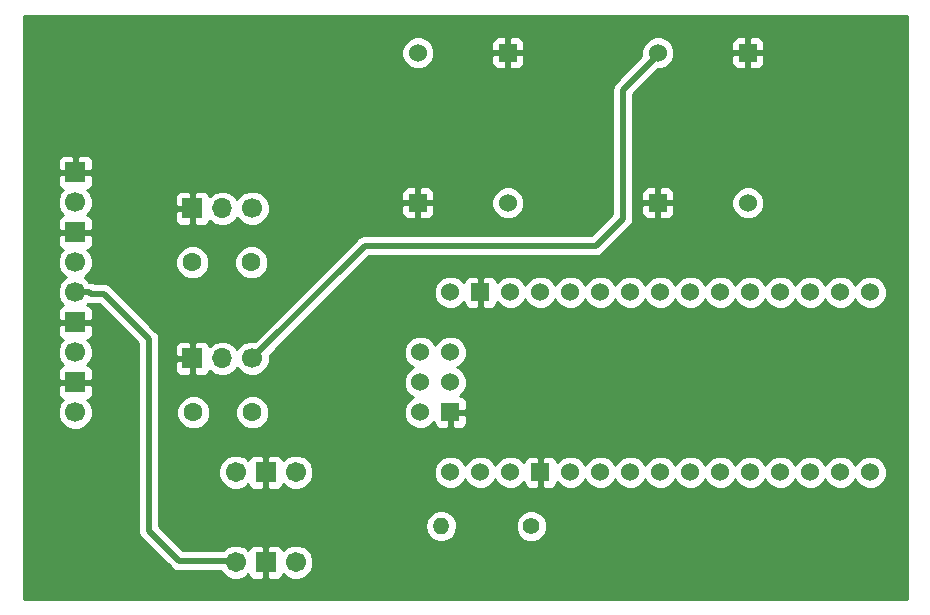
<source format=gbr>
G04 #@! TF.GenerationSoftware,KiCad,Pcbnew,(5.0.2)-1*
G04 #@! TF.CreationDate,2019-04-12T09:41:04-04:00*
G04 #@! TF.ProjectId,CAT Controller,43415420-436f-46e7-9472-6f6c6c65722e,rev?*
G04 #@! TF.SameCoordinates,Original*
G04 #@! TF.FileFunction,Copper,L1,Top*
G04 #@! TF.FilePolarity,Positive*
%FSLAX46Y46*%
G04 Gerber Fmt 4.6, Leading zero omitted, Abs format (unit mm)*
G04 Created by KiCad (PCBNEW (5.0.2)-1) date 4/12/2019 9:41:04 AM*
%MOMM*%
%LPD*%
G01*
G04 APERTURE LIST*
G04 #@! TA.AperFunction,ComponentPad*
%ADD10C,1.400000*%
G04 #@! TD*
G04 #@! TA.AperFunction,ComponentPad*
%ADD11O,1.400000X1.400000*%
G04 #@! TD*
G04 #@! TA.AperFunction,ComponentPad*
%ADD12C,1.600000*%
G04 #@! TD*
G04 #@! TA.AperFunction,ComponentPad*
%ADD13R,1.700000X1.700000*%
G04 #@! TD*
G04 #@! TA.AperFunction,ComponentPad*
%ADD14C,1.700000*%
G04 #@! TD*
G04 #@! TA.AperFunction,ComponentPad*
%ADD15C,1.524000*%
G04 #@! TD*
G04 #@! TA.AperFunction,ComponentPad*
%ADD16R,1.524000X1.524000*%
G04 #@! TD*
G04 #@! TA.AperFunction,ComponentPad*
%ADD17O,1.700000X1.700000*%
G04 #@! TD*
G04 #@! TA.AperFunction,ComponentPad*
%ADD18C,1.701800*%
G04 #@! TD*
G04 #@! TA.AperFunction,ComponentPad*
%ADD19R,1.701800X1.701800*%
G04 #@! TD*
G04 #@! TA.AperFunction,Conductor*
%ADD20C,0.508000*%
G04 #@! TD*
G04 #@! TA.AperFunction,Conductor*
%ADD21C,0.254000*%
G04 #@! TD*
G04 APERTURE END LIST*
D10*
G04 #@! TO.P,R1,1*
G04 #@! TO.N,Net-(R1-Pad1)*
X99568000Y-71882000D03*
D11*
G04 #@! TO.P,R1,2*
G04 #@! TO.N,Net-(R1-Pad2)*
X91948000Y-71882000D03*
G04 #@! TD*
D12*
G04 #@! TO.P,C2,2*
G04 #@! TO.N,Net-(C2-Pad2)*
X70946000Y-62230000D03*
G04 #@! TO.P,C2,1*
G04 #@! TO.N,Net-(C2-Pad1)*
X75946000Y-62230000D03*
G04 #@! TD*
G04 #@! TO.P,C1,2*
G04 #@! TO.N,Net-(C1-Pad2)*
X75866000Y-49530000D03*
G04 #@! TO.P,C1,1*
G04 #@! TO.N,Net-(C1-Pad1)*
X70866000Y-49530000D03*
G04 #@! TD*
D13*
G04 #@! TO.P,J1,2*
G04 #@! TO.N,GND*
X60960000Y-41910000D03*
D14*
G04 #@! TO.P,J1,1*
G04 #@! TO.N,Net-(J1-Pad1)*
X60960000Y-44450000D03*
G04 #@! TD*
D15*
G04 #@! TO.P,U1,5V_2*
G04 #@! TO.N,Net-(U1-Pad5V_2)*
X92710000Y-57150000D03*
G04 #@! TO.P,U1,MISO*
G04 #@! TO.N,Net-(U1-PadMISO)*
X90170000Y-57150000D03*
G04 #@! TO.P,U1,MOSI*
G04 #@! TO.N,Net-(U1-PadMOSI)*
X92710000Y-59690000D03*
G04 #@! TO.P,U1,SCK*
G04 #@! TO.N,Net-(U1-PadSCK)*
X90170000Y-59690000D03*
D16*
G04 #@! TO.P,U1,GND*
G04 #@! TO.N,GND*
X92710000Y-62230000D03*
D15*
G04 #@! TO.P,U1,RST_3*
G04 #@! TO.N,Net-(U1-PadRST_3)*
X90170000Y-62230000D03*
G04 #@! TO.P,U1,D13*
G04 #@! TO.N,Net-(U1-PadD13)*
X128270000Y-52070000D03*
G04 #@! TO.P,U1,3V3*
G04 #@! TO.N,Net-(U1-Pad3V3)*
X125730000Y-52070000D03*
G04 #@! TO.P,U1,AREF*
G04 #@! TO.N,Net-(U1-PadAREF)*
X123190000Y-52070000D03*
G04 #@! TO.P,U1,A0*
G04 #@! TO.N,Net-(U1-PadA0)*
X120650000Y-52070000D03*
G04 #@! TO.P,U1,A1*
G04 #@! TO.N,Net-(U1-PadA1)*
X118110000Y-52070000D03*
G04 #@! TO.P,U1,A2*
G04 #@! TO.N,Net-(U1-PadA2)*
X115570000Y-52070000D03*
G04 #@! TO.P,U1,A3*
G04 #@! TO.N,Net-(U1-PadA3)*
X113030000Y-52070000D03*
G04 #@! TO.P,U1,A4*
G04 #@! TO.N,Net-(U1-PadA4)*
X110490000Y-52070000D03*
G04 #@! TO.P,U1,A5*
G04 #@! TO.N,Net-(U1-PadA5)*
X107950000Y-52070000D03*
G04 #@! TO.P,U1,A6*
G04 #@! TO.N,Net-(U1-PadA6)*
X105410000Y-52070000D03*
G04 #@! TO.P,U1,A7*
G04 #@! TO.N,Net-(U1-PadA7)*
X102870000Y-52070000D03*
G04 #@! TO.P,U1,5V_1*
G04 #@! TO.N,Net-(U1-Pad5V_1)*
X100330000Y-52070000D03*
G04 #@! TO.P,U1,RST_1*
G04 #@! TO.N,Net-(U1-PadRST_1)*
X97790000Y-52070000D03*
D16*
G04 #@! TO.P,U1,GND*
G04 #@! TO.N,GND*
X95250000Y-52070000D03*
D15*
G04 #@! TO.P,U1,VIN*
G04 #@! TO.N,Net-(U1-PadVIN)*
X92710000Y-52070000D03*
G04 #@! TO.P,U1,D1*
G04 #@! TO.N,Net-(U1-PadD1)*
X92710000Y-67310000D03*
G04 #@! TO.P,U1,D0*
G04 #@! TO.N,Net-(U1-PadD0)*
X95250000Y-67310000D03*
G04 #@! TO.P,U1,RST_2*
G04 #@! TO.N,Net-(U1-PadRST_2)*
X97790000Y-67310000D03*
D16*
G04 #@! TO.P,U1,GND*
G04 #@! TO.N,GND*
X100330000Y-67310000D03*
D15*
G04 #@! TO.P,U1,D2*
G04 #@! TO.N,Net-(U1-PadD2)*
X102870000Y-67310000D03*
G04 #@! TO.P,U1,D3*
G04 #@! TO.N,Net-(U1-PadD3)*
X105410000Y-67310000D03*
G04 #@! TO.P,U1,D4*
G04 #@! TO.N,Net-(R1-Pad1)*
X107950000Y-67310000D03*
G04 #@! TO.P,U1,D5*
G04 #@! TO.N,Net-(U1-PadD5)*
X110490000Y-67310000D03*
G04 #@! TO.P,U1,D6*
G04 #@! TO.N,Net-(U1-PadD6)*
X113030000Y-67310000D03*
G04 #@! TO.P,U1,D7*
G04 #@! TO.N,Net-(U1-PadD7)*
X115570000Y-67310000D03*
G04 #@! TO.P,U1,D8*
G04 #@! TO.N,Net-(U1-PadD8)*
X118110000Y-67310000D03*
G04 #@! TO.P,U1,D9*
G04 #@! TO.N,Net-(U1-PadD9)*
X120650000Y-67310000D03*
G04 #@! TO.P,U1,D10*
G04 #@! TO.N,Net-(U1-PadD10)*
X123190000Y-67310000D03*
G04 #@! TO.P,U1,D11*
G04 #@! TO.N,Net-(U1-PadD11)*
X125730000Y-67310000D03*
G04 #@! TO.P,U1,D12*
G04 #@! TO.N,Net-(U1-PadD12)*
X128270000Y-67310000D03*
G04 #@! TD*
D13*
G04 #@! TO.P,J4,2*
G04 #@! TO.N,GND*
X60960000Y-54610000D03*
D14*
G04 #@! TO.P,J4,1*
G04 #@! TO.N,Net-(J4-Pad1)*
X60960000Y-57150000D03*
G04 #@! TD*
D13*
G04 #@! TO.P,J2,2*
G04 #@! TO.N,GND*
X60960000Y-59690000D03*
D14*
G04 #@! TO.P,J2,1*
G04 #@! TO.N,Net-(C2-Pad2)*
X60960000Y-62230000D03*
G04 #@! TD*
G04 #@! TO.P,J3,1*
G04 #@! TO.N,Net-(J3-Pad1)*
X60960000Y-52070000D03*
G04 #@! TO.P,J3,2*
G04 #@! TO.N,Net-(C1-Pad1)*
X60960000Y-49530000D03*
D13*
G04 #@! TO.P,J3,3*
G04 #@! TO.N,GND*
X60960000Y-46990000D03*
G04 #@! TD*
G04 #@! TO.P,RV2,3*
G04 #@! TO.N,GND*
X70866000Y-57658000D03*
D17*
G04 #@! TO.P,RV2,2*
G04 #@! TO.N,Net-(C2-Pad1)*
X73406000Y-57658000D03*
D14*
G04 #@! TO.P,RV2,1*
G04 #@! TO.N,Net-(RV2-Pad1)*
X75946000Y-57658000D03*
G04 #@! TD*
G04 #@! TO.P,RV1,1*
G04 #@! TO.N,Net-(RV1-Pad1)*
X75946000Y-44958000D03*
D17*
G04 #@! TO.P,RV1,2*
G04 #@! TO.N,Net-(C1-Pad2)*
X73406000Y-44958000D03*
D13*
G04 #@! TO.P,RV1,3*
G04 #@! TO.N,GND*
X70866000Y-44958000D03*
G04 #@! TD*
D16*
G04 #@! TO.P,TR2,8*
G04 #@! TO.N,GND*
X110293496Y-44507324D03*
D15*
G04 #@! TO.P,TR2,5*
G04 #@! TO.N,Net-(J4-Pad1)*
X117913496Y-44507324D03*
D16*
G04 #@! TO.P,TR2,4*
G04 #@! TO.N,GND*
X117913496Y-31807324D03*
D15*
G04 #@! TO.P,TR2,1*
G04 #@! TO.N,Net-(RV2-Pad1)*
X110293496Y-31807324D03*
G04 #@! TD*
G04 #@! TO.P,TR1,1*
G04 #@! TO.N,Net-(J1-Pad1)*
X89973496Y-31807324D03*
D16*
G04 #@! TO.P,TR1,4*
G04 #@! TO.N,GND*
X97593496Y-31807324D03*
D15*
G04 #@! TO.P,TR1,5*
G04 #@! TO.N,Net-(RV1-Pad1)*
X97593496Y-44507324D03*
D16*
G04 #@! TO.P,TR1,8*
G04 #@! TO.N,GND*
X89973496Y-44507324D03*
G04 #@! TD*
D18*
G04 #@! TO.P,U2,1*
G04 #@! TO.N,Net-(R1-Pad2)*
X79629000Y-67310000D03*
G04 #@! TO.P,U2,4*
G04 #@! TO.N,Net-(J3-Pad1)*
X74549000Y-74930000D03*
D19*
G04 #@! TO.P,U2,2*
G04 #@! TO.N,GND*
X77089000Y-67310000D03*
G04 #@! TO.P,U2,5*
X77089000Y-74930000D03*
D18*
G04 #@! TO.P,U2,3*
G04 #@! TO.N,Net-(U2-Pad3)*
X74549000Y-67310000D03*
G04 #@! TO.P,U2,6*
G04 #@! TO.N,Net-(J3-Pad1)*
X79629000Y-74930000D03*
G04 #@! TD*
D20*
G04 #@! TO.N,Net-(J3-Pad1)*
X62162081Y-52070000D02*
X62289081Y-52197000D01*
X60960000Y-52070000D02*
X62162081Y-52070000D01*
X62289081Y-52197000D02*
X63373000Y-52197000D01*
X63373000Y-52197000D02*
X67183000Y-56007000D01*
X67183000Y-56007000D02*
X67183000Y-72263000D01*
X67183000Y-72263000D02*
X69723000Y-74803000D01*
X69723000Y-74803000D02*
X74549000Y-74803000D01*
G04 #@! TO.N,Net-(RV2-Pad1)*
X75946000Y-57658000D02*
X85471000Y-48133000D01*
X85471000Y-48133000D02*
X100330000Y-48133000D01*
X100330000Y-48133000D02*
X104902000Y-48133000D01*
X104902000Y-48133000D02*
X105029000Y-48133000D01*
X105029000Y-48133000D02*
X107315000Y-45847000D01*
X107315000Y-45847000D02*
X107315000Y-34925000D01*
X107315000Y-34925000D02*
X110363000Y-31877000D01*
X110363000Y-31877000D02*
X110363000Y-31750000D01*
G04 #@! TD*
D21*
G04 #@! TO.N,GND*
G36*
X131370001Y-78030000D02*
X56590000Y-78030000D01*
X56590000Y-59975750D01*
X59475000Y-59975750D01*
X59475000Y-60666310D01*
X59571673Y-60899699D01*
X59750302Y-61078327D01*
X59935043Y-61154850D01*
X59701078Y-61388815D01*
X59475000Y-61934615D01*
X59475000Y-62525385D01*
X59701078Y-63071185D01*
X60118815Y-63488922D01*
X60664615Y-63715000D01*
X61255385Y-63715000D01*
X61801185Y-63488922D01*
X62218922Y-63071185D01*
X62445000Y-62525385D01*
X62445000Y-61934615D01*
X62218922Y-61388815D01*
X61984957Y-61154850D01*
X62169698Y-61078327D01*
X62348327Y-60899699D01*
X62445000Y-60666310D01*
X62445000Y-59975750D01*
X62286250Y-59817000D01*
X61087000Y-59817000D01*
X61087000Y-59837000D01*
X60833000Y-59837000D01*
X60833000Y-59817000D01*
X59633750Y-59817000D01*
X59475000Y-59975750D01*
X56590000Y-59975750D01*
X56590000Y-54895750D01*
X59475000Y-54895750D01*
X59475000Y-55586310D01*
X59571673Y-55819699D01*
X59750302Y-55998327D01*
X59935043Y-56074850D01*
X59701078Y-56308815D01*
X59475000Y-56854615D01*
X59475000Y-57445385D01*
X59701078Y-57991185D01*
X59935043Y-58225150D01*
X59750302Y-58301673D01*
X59571673Y-58480301D01*
X59475000Y-58713690D01*
X59475000Y-59404250D01*
X59633750Y-59563000D01*
X60833000Y-59563000D01*
X60833000Y-59543000D01*
X61087000Y-59543000D01*
X61087000Y-59563000D01*
X62286250Y-59563000D01*
X62445000Y-59404250D01*
X62445000Y-58713690D01*
X62348327Y-58480301D01*
X62169698Y-58301673D01*
X61984957Y-58225150D01*
X62218922Y-57991185D01*
X62445000Y-57445385D01*
X62445000Y-56854615D01*
X62218922Y-56308815D01*
X61984957Y-56074850D01*
X62169698Y-55998327D01*
X62348327Y-55819699D01*
X62445000Y-55586310D01*
X62445000Y-54895750D01*
X62286250Y-54737000D01*
X61087000Y-54737000D01*
X61087000Y-54757000D01*
X60833000Y-54757000D01*
X60833000Y-54737000D01*
X59633750Y-54737000D01*
X59475000Y-54895750D01*
X56590000Y-54895750D01*
X56590000Y-47275750D01*
X59475000Y-47275750D01*
X59475000Y-47966310D01*
X59571673Y-48199699D01*
X59750302Y-48378327D01*
X59935043Y-48454850D01*
X59701078Y-48688815D01*
X59475000Y-49234615D01*
X59475000Y-49825385D01*
X59701078Y-50371185D01*
X60118815Y-50788922D01*
X60145560Y-50800000D01*
X60118815Y-50811078D01*
X59701078Y-51228815D01*
X59475000Y-51774615D01*
X59475000Y-52365385D01*
X59701078Y-52911185D01*
X59935043Y-53145150D01*
X59750302Y-53221673D01*
X59571673Y-53400301D01*
X59475000Y-53633690D01*
X59475000Y-54324250D01*
X59633750Y-54483000D01*
X60833000Y-54483000D01*
X60833000Y-54463000D01*
X61087000Y-54463000D01*
X61087000Y-54483000D01*
X62286250Y-54483000D01*
X62445000Y-54324250D01*
X62445000Y-53633690D01*
X62348327Y-53400301D01*
X62169698Y-53221673D01*
X61984957Y-53145150D01*
X62070224Y-53059883D01*
X62201525Y-53086000D01*
X62201526Y-53086000D01*
X62289080Y-53103416D01*
X62376635Y-53086000D01*
X63004765Y-53086000D01*
X66294000Y-56375236D01*
X66294001Y-72175440D01*
X66276584Y-72263000D01*
X66304411Y-72402891D01*
X66345582Y-72609870D01*
X66542068Y-72903933D01*
X66616294Y-72953529D01*
X69032471Y-75369707D01*
X69082067Y-75443933D01*
X69376130Y-75640419D01*
X69635444Y-75692000D01*
X69635448Y-75692000D01*
X69722999Y-75709415D01*
X69810550Y-75692000D01*
X73256303Y-75692000D01*
X73289314Y-75771695D01*
X73707305Y-76189686D01*
X74253436Y-76415900D01*
X74844564Y-76415900D01*
X75390695Y-76189686D01*
X75623624Y-75956757D01*
X75699773Y-76140598D01*
X75878401Y-76319227D01*
X76111790Y-76415900D01*
X76803250Y-76415900D01*
X76962000Y-76257150D01*
X76962000Y-75057000D01*
X76942000Y-75057000D01*
X76942000Y-74803000D01*
X76962000Y-74803000D01*
X76962000Y-73602850D01*
X77216000Y-73602850D01*
X77216000Y-74803000D01*
X77236000Y-74803000D01*
X77236000Y-75057000D01*
X77216000Y-75057000D01*
X77216000Y-76257150D01*
X77374750Y-76415900D01*
X78066210Y-76415900D01*
X78299599Y-76319227D01*
X78478227Y-76140598D01*
X78554376Y-75956757D01*
X78787305Y-76189686D01*
X79333436Y-76415900D01*
X79924564Y-76415900D01*
X80470695Y-76189686D01*
X80888686Y-75771695D01*
X81114900Y-75225564D01*
X81114900Y-74634436D01*
X80888686Y-74088305D01*
X80470695Y-73670314D01*
X79924564Y-73444100D01*
X79333436Y-73444100D01*
X78787305Y-73670314D01*
X78554376Y-73903243D01*
X78478227Y-73719402D01*
X78299599Y-73540773D01*
X78066210Y-73444100D01*
X77374750Y-73444100D01*
X77216000Y-73602850D01*
X76962000Y-73602850D01*
X76803250Y-73444100D01*
X76111790Y-73444100D01*
X75878401Y-73540773D01*
X75699773Y-73719402D01*
X75623624Y-73903243D01*
X75390695Y-73670314D01*
X74844564Y-73444100D01*
X74253436Y-73444100D01*
X73707305Y-73670314D01*
X73463619Y-73914000D01*
X70091236Y-73914000D01*
X68072000Y-71894765D01*
X68072000Y-71882000D01*
X90586846Y-71882000D01*
X90690458Y-72402891D01*
X90985519Y-72844481D01*
X91427109Y-73139542D01*
X91816515Y-73217000D01*
X92079485Y-73217000D01*
X92468891Y-73139542D01*
X92910481Y-72844481D01*
X93205542Y-72402891D01*
X93309154Y-71882000D01*
X93256334Y-71616452D01*
X98233000Y-71616452D01*
X98233000Y-72147548D01*
X98436242Y-72638217D01*
X98811783Y-73013758D01*
X99302452Y-73217000D01*
X99833548Y-73217000D01*
X100324217Y-73013758D01*
X100699758Y-72638217D01*
X100903000Y-72147548D01*
X100903000Y-71616452D01*
X100699758Y-71125783D01*
X100324217Y-70750242D01*
X99833548Y-70547000D01*
X99302452Y-70547000D01*
X98811783Y-70750242D01*
X98436242Y-71125783D01*
X98233000Y-71616452D01*
X93256334Y-71616452D01*
X93205542Y-71361109D01*
X92910481Y-70919519D01*
X92468891Y-70624458D01*
X92079485Y-70547000D01*
X91816515Y-70547000D01*
X91427109Y-70624458D01*
X90985519Y-70919519D01*
X90690458Y-71361109D01*
X90586846Y-71882000D01*
X68072000Y-71882000D01*
X68072000Y-67014436D01*
X73063100Y-67014436D01*
X73063100Y-67605564D01*
X73289314Y-68151695D01*
X73707305Y-68569686D01*
X74253436Y-68795900D01*
X74844564Y-68795900D01*
X75390695Y-68569686D01*
X75623624Y-68336757D01*
X75699773Y-68520598D01*
X75878401Y-68699227D01*
X76111790Y-68795900D01*
X76803250Y-68795900D01*
X76962000Y-68637150D01*
X76962000Y-67437000D01*
X76942000Y-67437000D01*
X76942000Y-67183000D01*
X76962000Y-67183000D01*
X76962000Y-65982850D01*
X77216000Y-65982850D01*
X77216000Y-67183000D01*
X77236000Y-67183000D01*
X77236000Y-67437000D01*
X77216000Y-67437000D01*
X77216000Y-68637150D01*
X77374750Y-68795900D01*
X78066210Y-68795900D01*
X78299599Y-68699227D01*
X78478227Y-68520598D01*
X78554376Y-68336757D01*
X78787305Y-68569686D01*
X79333436Y-68795900D01*
X79924564Y-68795900D01*
X80470695Y-68569686D01*
X80888686Y-68151695D01*
X81114900Y-67605564D01*
X81114900Y-67032119D01*
X91313000Y-67032119D01*
X91313000Y-67587881D01*
X91525680Y-68101337D01*
X91918663Y-68494320D01*
X92432119Y-68707000D01*
X92987881Y-68707000D01*
X93501337Y-68494320D01*
X93894320Y-68101337D01*
X93980000Y-67894487D01*
X94065680Y-68101337D01*
X94458663Y-68494320D01*
X94972119Y-68707000D01*
X95527881Y-68707000D01*
X96041337Y-68494320D01*
X96434320Y-68101337D01*
X96520000Y-67894487D01*
X96605680Y-68101337D01*
X96998663Y-68494320D01*
X97512119Y-68707000D01*
X98067881Y-68707000D01*
X98581337Y-68494320D01*
X98933000Y-68142657D01*
X98933000Y-68198310D01*
X99029673Y-68431699D01*
X99208302Y-68610327D01*
X99441691Y-68707000D01*
X100044250Y-68707000D01*
X100203000Y-68548250D01*
X100203000Y-67437000D01*
X100183000Y-67437000D01*
X100183000Y-67183000D01*
X100203000Y-67183000D01*
X100203000Y-66071750D01*
X100457000Y-66071750D01*
X100457000Y-67183000D01*
X100477000Y-67183000D01*
X100477000Y-67437000D01*
X100457000Y-67437000D01*
X100457000Y-68548250D01*
X100615750Y-68707000D01*
X101218309Y-68707000D01*
X101451698Y-68610327D01*
X101630327Y-68431699D01*
X101727000Y-68198310D01*
X101727000Y-68142657D01*
X102078663Y-68494320D01*
X102592119Y-68707000D01*
X103147881Y-68707000D01*
X103661337Y-68494320D01*
X104054320Y-68101337D01*
X104140000Y-67894487D01*
X104225680Y-68101337D01*
X104618663Y-68494320D01*
X105132119Y-68707000D01*
X105687881Y-68707000D01*
X106201337Y-68494320D01*
X106594320Y-68101337D01*
X106680000Y-67894487D01*
X106765680Y-68101337D01*
X107158663Y-68494320D01*
X107672119Y-68707000D01*
X108227881Y-68707000D01*
X108741337Y-68494320D01*
X109134320Y-68101337D01*
X109220000Y-67894487D01*
X109305680Y-68101337D01*
X109698663Y-68494320D01*
X110212119Y-68707000D01*
X110767881Y-68707000D01*
X111281337Y-68494320D01*
X111674320Y-68101337D01*
X111760000Y-67894487D01*
X111845680Y-68101337D01*
X112238663Y-68494320D01*
X112752119Y-68707000D01*
X113307881Y-68707000D01*
X113821337Y-68494320D01*
X114214320Y-68101337D01*
X114300000Y-67894487D01*
X114385680Y-68101337D01*
X114778663Y-68494320D01*
X115292119Y-68707000D01*
X115847881Y-68707000D01*
X116361337Y-68494320D01*
X116754320Y-68101337D01*
X116840000Y-67894487D01*
X116925680Y-68101337D01*
X117318663Y-68494320D01*
X117832119Y-68707000D01*
X118387881Y-68707000D01*
X118901337Y-68494320D01*
X119294320Y-68101337D01*
X119380000Y-67894487D01*
X119465680Y-68101337D01*
X119858663Y-68494320D01*
X120372119Y-68707000D01*
X120927881Y-68707000D01*
X121441337Y-68494320D01*
X121834320Y-68101337D01*
X121920000Y-67894487D01*
X122005680Y-68101337D01*
X122398663Y-68494320D01*
X122912119Y-68707000D01*
X123467881Y-68707000D01*
X123981337Y-68494320D01*
X124374320Y-68101337D01*
X124460000Y-67894487D01*
X124545680Y-68101337D01*
X124938663Y-68494320D01*
X125452119Y-68707000D01*
X126007881Y-68707000D01*
X126521337Y-68494320D01*
X126914320Y-68101337D01*
X127000000Y-67894487D01*
X127085680Y-68101337D01*
X127478663Y-68494320D01*
X127992119Y-68707000D01*
X128547881Y-68707000D01*
X129061337Y-68494320D01*
X129454320Y-68101337D01*
X129667000Y-67587881D01*
X129667000Y-67032119D01*
X129454320Y-66518663D01*
X129061337Y-66125680D01*
X128547881Y-65913000D01*
X127992119Y-65913000D01*
X127478663Y-66125680D01*
X127085680Y-66518663D01*
X127000000Y-66725513D01*
X126914320Y-66518663D01*
X126521337Y-66125680D01*
X126007881Y-65913000D01*
X125452119Y-65913000D01*
X124938663Y-66125680D01*
X124545680Y-66518663D01*
X124460000Y-66725513D01*
X124374320Y-66518663D01*
X123981337Y-66125680D01*
X123467881Y-65913000D01*
X122912119Y-65913000D01*
X122398663Y-66125680D01*
X122005680Y-66518663D01*
X121920000Y-66725513D01*
X121834320Y-66518663D01*
X121441337Y-66125680D01*
X120927881Y-65913000D01*
X120372119Y-65913000D01*
X119858663Y-66125680D01*
X119465680Y-66518663D01*
X119380000Y-66725513D01*
X119294320Y-66518663D01*
X118901337Y-66125680D01*
X118387881Y-65913000D01*
X117832119Y-65913000D01*
X117318663Y-66125680D01*
X116925680Y-66518663D01*
X116840000Y-66725513D01*
X116754320Y-66518663D01*
X116361337Y-66125680D01*
X115847881Y-65913000D01*
X115292119Y-65913000D01*
X114778663Y-66125680D01*
X114385680Y-66518663D01*
X114300000Y-66725513D01*
X114214320Y-66518663D01*
X113821337Y-66125680D01*
X113307881Y-65913000D01*
X112752119Y-65913000D01*
X112238663Y-66125680D01*
X111845680Y-66518663D01*
X111760000Y-66725513D01*
X111674320Y-66518663D01*
X111281337Y-66125680D01*
X110767881Y-65913000D01*
X110212119Y-65913000D01*
X109698663Y-66125680D01*
X109305680Y-66518663D01*
X109220000Y-66725513D01*
X109134320Y-66518663D01*
X108741337Y-66125680D01*
X108227881Y-65913000D01*
X107672119Y-65913000D01*
X107158663Y-66125680D01*
X106765680Y-66518663D01*
X106680000Y-66725513D01*
X106594320Y-66518663D01*
X106201337Y-66125680D01*
X105687881Y-65913000D01*
X105132119Y-65913000D01*
X104618663Y-66125680D01*
X104225680Y-66518663D01*
X104140000Y-66725513D01*
X104054320Y-66518663D01*
X103661337Y-66125680D01*
X103147881Y-65913000D01*
X102592119Y-65913000D01*
X102078663Y-66125680D01*
X101727000Y-66477343D01*
X101727000Y-66421690D01*
X101630327Y-66188301D01*
X101451698Y-66009673D01*
X101218309Y-65913000D01*
X100615750Y-65913000D01*
X100457000Y-66071750D01*
X100203000Y-66071750D01*
X100044250Y-65913000D01*
X99441691Y-65913000D01*
X99208302Y-66009673D01*
X99029673Y-66188301D01*
X98933000Y-66421690D01*
X98933000Y-66477343D01*
X98581337Y-66125680D01*
X98067881Y-65913000D01*
X97512119Y-65913000D01*
X96998663Y-66125680D01*
X96605680Y-66518663D01*
X96520000Y-66725513D01*
X96434320Y-66518663D01*
X96041337Y-66125680D01*
X95527881Y-65913000D01*
X94972119Y-65913000D01*
X94458663Y-66125680D01*
X94065680Y-66518663D01*
X93980000Y-66725513D01*
X93894320Y-66518663D01*
X93501337Y-66125680D01*
X92987881Y-65913000D01*
X92432119Y-65913000D01*
X91918663Y-66125680D01*
X91525680Y-66518663D01*
X91313000Y-67032119D01*
X81114900Y-67032119D01*
X81114900Y-67014436D01*
X80888686Y-66468305D01*
X80470695Y-66050314D01*
X79924564Y-65824100D01*
X79333436Y-65824100D01*
X78787305Y-66050314D01*
X78554376Y-66283243D01*
X78478227Y-66099402D01*
X78299599Y-65920773D01*
X78066210Y-65824100D01*
X77374750Y-65824100D01*
X77216000Y-65982850D01*
X76962000Y-65982850D01*
X76803250Y-65824100D01*
X76111790Y-65824100D01*
X75878401Y-65920773D01*
X75699773Y-66099402D01*
X75623624Y-66283243D01*
X75390695Y-66050314D01*
X74844564Y-65824100D01*
X74253436Y-65824100D01*
X73707305Y-66050314D01*
X73289314Y-66468305D01*
X73063100Y-67014436D01*
X68072000Y-67014436D01*
X68072000Y-61944561D01*
X69511000Y-61944561D01*
X69511000Y-62515439D01*
X69729466Y-63042862D01*
X70133138Y-63446534D01*
X70660561Y-63665000D01*
X71231439Y-63665000D01*
X71758862Y-63446534D01*
X72162534Y-63042862D01*
X72381000Y-62515439D01*
X72381000Y-61944561D01*
X74511000Y-61944561D01*
X74511000Y-62515439D01*
X74729466Y-63042862D01*
X75133138Y-63446534D01*
X75660561Y-63665000D01*
X76231439Y-63665000D01*
X76758862Y-63446534D01*
X77162534Y-63042862D01*
X77381000Y-62515439D01*
X77381000Y-61944561D01*
X77162534Y-61417138D01*
X76758862Y-61013466D01*
X76231439Y-60795000D01*
X75660561Y-60795000D01*
X75133138Y-61013466D01*
X74729466Y-61417138D01*
X74511000Y-61944561D01*
X72381000Y-61944561D01*
X72162534Y-61417138D01*
X71758862Y-61013466D01*
X71231439Y-60795000D01*
X70660561Y-60795000D01*
X70133138Y-61013466D01*
X69729466Y-61417138D01*
X69511000Y-61944561D01*
X68072000Y-61944561D01*
X68072000Y-57943750D01*
X69381000Y-57943750D01*
X69381000Y-58634309D01*
X69477673Y-58867698D01*
X69656301Y-59046327D01*
X69889690Y-59143000D01*
X70580250Y-59143000D01*
X70739000Y-58984250D01*
X70739000Y-57785000D01*
X69539750Y-57785000D01*
X69381000Y-57943750D01*
X68072000Y-57943750D01*
X68072000Y-56681691D01*
X69381000Y-56681691D01*
X69381000Y-57372250D01*
X69539750Y-57531000D01*
X70739000Y-57531000D01*
X70739000Y-56331750D01*
X70993000Y-56331750D01*
X70993000Y-57531000D01*
X71013000Y-57531000D01*
X71013000Y-57785000D01*
X70993000Y-57785000D01*
X70993000Y-58984250D01*
X71151750Y-59143000D01*
X71842310Y-59143000D01*
X72075699Y-59046327D01*
X72254327Y-58867698D01*
X72320904Y-58706967D01*
X72335375Y-58728625D01*
X72826582Y-59056839D01*
X73259744Y-59143000D01*
X73552256Y-59143000D01*
X73985418Y-59056839D01*
X74476625Y-58728625D01*
X74665209Y-58446389D01*
X74687078Y-58499185D01*
X75104815Y-58916922D01*
X75650615Y-59143000D01*
X76241385Y-59143000D01*
X76787185Y-58916922D01*
X77204922Y-58499185D01*
X77431000Y-57953385D01*
X77431000Y-57430235D01*
X77989116Y-56872119D01*
X88773000Y-56872119D01*
X88773000Y-57427881D01*
X88985680Y-57941337D01*
X89378663Y-58334320D01*
X89585513Y-58420000D01*
X89378663Y-58505680D01*
X88985680Y-58898663D01*
X88773000Y-59412119D01*
X88773000Y-59967881D01*
X88985680Y-60481337D01*
X89378663Y-60874320D01*
X89585513Y-60960000D01*
X89378663Y-61045680D01*
X88985680Y-61438663D01*
X88773000Y-61952119D01*
X88773000Y-62507881D01*
X88985680Y-63021337D01*
X89378663Y-63414320D01*
X89892119Y-63627000D01*
X90447881Y-63627000D01*
X90961337Y-63414320D01*
X91313000Y-63062657D01*
X91313000Y-63118310D01*
X91409673Y-63351699D01*
X91588302Y-63530327D01*
X91821691Y-63627000D01*
X92424250Y-63627000D01*
X92583000Y-63468250D01*
X92583000Y-62357000D01*
X92837000Y-62357000D01*
X92837000Y-63468250D01*
X92995750Y-63627000D01*
X93598309Y-63627000D01*
X93831698Y-63530327D01*
X94010327Y-63351699D01*
X94107000Y-63118310D01*
X94107000Y-62515750D01*
X93948250Y-62357000D01*
X92837000Y-62357000D01*
X92583000Y-62357000D01*
X92563000Y-62357000D01*
X92563000Y-62103000D01*
X92583000Y-62103000D01*
X92583000Y-62083000D01*
X92837000Y-62083000D01*
X92837000Y-62103000D01*
X93948250Y-62103000D01*
X94107000Y-61944250D01*
X94107000Y-61341690D01*
X94010327Y-61108301D01*
X93831698Y-60929673D01*
X93598309Y-60833000D01*
X93542657Y-60833000D01*
X93894320Y-60481337D01*
X94107000Y-59967881D01*
X94107000Y-59412119D01*
X93894320Y-58898663D01*
X93501337Y-58505680D01*
X93294487Y-58420000D01*
X93501337Y-58334320D01*
X93894320Y-57941337D01*
X94107000Y-57427881D01*
X94107000Y-56872119D01*
X93894320Y-56358663D01*
X93501337Y-55965680D01*
X92987881Y-55753000D01*
X92432119Y-55753000D01*
X91918663Y-55965680D01*
X91525680Y-56358663D01*
X91440000Y-56565513D01*
X91354320Y-56358663D01*
X90961337Y-55965680D01*
X90447881Y-55753000D01*
X89892119Y-55753000D01*
X89378663Y-55965680D01*
X88985680Y-56358663D01*
X88773000Y-56872119D01*
X77989116Y-56872119D01*
X83069116Y-51792119D01*
X91313000Y-51792119D01*
X91313000Y-52347881D01*
X91525680Y-52861337D01*
X91918663Y-53254320D01*
X92432119Y-53467000D01*
X92987881Y-53467000D01*
X93501337Y-53254320D01*
X93853000Y-52902657D01*
X93853000Y-52958310D01*
X93949673Y-53191699D01*
X94128302Y-53370327D01*
X94361691Y-53467000D01*
X94964250Y-53467000D01*
X95123000Y-53308250D01*
X95123000Y-52197000D01*
X95103000Y-52197000D01*
X95103000Y-51943000D01*
X95123000Y-51943000D01*
X95123000Y-50831750D01*
X95377000Y-50831750D01*
X95377000Y-51943000D01*
X95397000Y-51943000D01*
X95397000Y-52197000D01*
X95377000Y-52197000D01*
X95377000Y-53308250D01*
X95535750Y-53467000D01*
X96138309Y-53467000D01*
X96371698Y-53370327D01*
X96550327Y-53191699D01*
X96647000Y-52958310D01*
X96647000Y-52902657D01*
X96998663Y-53254320D01*
X97512119Y-53467000D01*
X98067881Y-53467000D01*
X98581337Y-53254320D01*
X98974320Y-52861337D01*
X99060000Y-52654487D01*
X99145680Y-52861337D01*
X99538663Y-53254320D01*
X100052119Y-53467000D01*
X100607881Y-53467000D01*
X101121337Y-53254320D01*
X101514320Y-52861337D01*
X101600000Y-52654487D01*
X101685680Y-52861337D01*
X102078663Y-53254320D01*
X102592119Y-53467000D01*
X103147881Y-53467000D01*
X103661337Y-53254320D01*
X104054320Y-52861337D01*
X104140000Y-52654487D01*
X104225680Y-52861337D01*
X104618663Y-53254320D01*
X105132119Y-53467000D01*
X105687881Y-53467000D01*
X106201337Y-53254320D01*
X106594320Y-52861337D01*
X106680000Y-52654487D01*
X106765680Y-52861337D01*
X107158663Y-53254320D01*
X107672119Y-53467000D01*
X108227881Y-53467000D01*
X108741337Y-53254320D01*
X109134320Y-52861337D01*
X109220000Y-52654487D01*
X109305680Y-52861337D01*
X109698663Y-53254320D01*
X110212119Y-53467000D01*
X110767881Y-53467000D01*
X111281337Y-53254320D01*
X111674320Y-52861337D01*
X111760000Y-52654487D01*
X111845680Y-52861337D01*
X112238663Y-53254320D01*
X112752119Y-53467000D01*
X113307881Y-53467000D01*
X113821337Y-53254320D01*
X114214320Y-52861337D01*
X114300000Y-52654487D01*
X114385680Y-52861337D01*
X114778663Y-53254320D01*
X115292119Y-53467000D01*
X115847881Y-53467000D01*
X116361337Y-53254320D01*
X116754320Y-52861337D01*
X116840000Y-52654487D01*
X116925680Y-52861337D01*
X117318663Y-53254320D01*
X117832119Y-53467000D01*
X118387881Y-53467000D01*
X118901337Y-53254320D01*
X119294320Y-52861337D01*
X119380000Y-52654487D01*
X119465680Y-52861337D01*
X119858663Y-53254320D01*
X120372119Y-53467000D01*
X120927881Y-53467000D01*
X121441337Y-53254320D01*
X121834320Y-52861337D01*
X121920000Y-52654487D01*
X122005680Y-52861337D01*
X122398663Y-53254320D01*
X122912119Y-53467000D01*
X123467881Y-53467000D01*
X123981337Y-53254320D01*
X124374320Y-52861337D01*
X124460000Y-52654487D01*
X124545680Y-52861337D01*
X124938663Y-53254320D01*
X125452119Y-53467000D01*
X126007881Y-53467000D01*
X126521337Y-53254320D01*
X126914320Y-52861337D01*
X127000000Y-52654487D01*
X127085680Y-52861337D01*
X127478663Y-53254320D01*
X127992119Y-53467000D01*
X128547881Y-53467000D01*
X129061337Y-53254320D01*
X129454320Y-52861337D01*
X129667000Y-52347881D01*
X129667000Y-51792119D01*
X129454320Y-51278663D01*
X129061337Y-50885680D01*
X128547881Y-50673000D01*
X127992119Y-50673000D01*
X127478663Y-50885680D01*
X127085680Y-51278663D01*
X127000000Y-51485513D01*
X126914320Y-51278663D01*
X126521337Y-50885680D01*
X126007881Y-50673000D01*
X125452119Y-50673000D01*
X124938663Y-50885680D01*
X124545680Y-51278663D01*
X124460000Y-51485513D01*
X124374320Y-51278663D01*
X123981337Y-50885680D01*
X123467881Y-50673000D01*
X122912119Y-50673000D01*
X122398663Y-50885680D01*
X122005680Y-51278663D01*
X121920000Y-51485513D01*
X121834320Y-51278663D01*
X121441337Y-50885680D01*
X120927881Y-50673000D01*
X120372119Y-50673000D01*
X119858663Y-50885680D01*
X119465680Y-51278663D01*
X119380000Y-51485513D01*
X119294320Y-51278663D01*
X118901337Y-50885680D01*
X118387881Y-50673000D01*
X117832119Y-50673000D01*
X117318663Y-50885680D01*
X116925680Y-51278663D01*
X116840000Y-51485513D01*
X116754320Y-51278663D01*
X116361337Y-50885680D01*
X115847881Y-50673000D01*
X115292119Y-50673000D01*
X114778663Y-50885680D01*
X114385680Y-51278663D01*
X114300000Y-51485513D01*
X114214320Y-51278663D01*
X113821337Y-50885680D01*
X113307881Y-50673000D01*
X112752119Y-50673000D01*
X112238663Y-50885680D01*
X111845680Y-51278663D01*
X111760000Y-51485513D01*
X111674320Y-51278663D01*
X111281337Y-50885680D01*
X110767881Y-50673000D01*
X110212119Y-50673000D01*
X109698663Y-50885680D01*
X109305680Y-51278663D01*
X109220000Y-51485513D01*
X109134320Y-51278663D01*
X108741337Y-50885680D01*
X108227881Y-50673000D01*
X107672119Y-50673000D01*
X107158663Y-50885680D01*
X106765680Y-51278663D01*
X106680000Y-51485513D01*
X106594320Y-51278663D01*
X106201337Y-50885680D01*
X105687881Y-50673000D01*
X105132119Y-50673000D01*
X104618663Y-50885680D01*
X104225680Y-51278663D01*
X104140000Y-51485513D01*
X104054320Y-51278663D01*
X103661337Y-50885680D01*
X103147881Y-50673000D01*
X102592119Y-50673000D01*
X102078663Y-50885680D01*
X101685680Y-51278663D01*
X101600000Y-51485513D01*
X101514320Y-51278663D01*
X101121337Y-50885680D01*
X100607881Y-50673000D01*
X100052119Y-50673000D01*
X99538663Y-50885680D01*
X99145680Y-51278663D01*
X99060000Y-51485513D01*
X98974320Y-51278663D01*
X98581337Y-50885680D01*
X98067881Y-50673000D01*
X97512119Y-50673000D01*
X96998663Y-50885680D01*
X96647000Y-51237343D01*
X96647000Y-51181690D01*
X96550327Y-50948301D01*
X96371698Y-50769673D01*
X96138309Y-50673000D01*
X95535750Y-50673000D01*
X95377000Y-50831750D01*
X95123000Y-50831750D01*
X94964250Y-50673000D01*
X94361691Y-50673000D01*
X94128302Y-50769673D01*
X93949673Y-50948301D01*
X93853000Y-51181690D01*
X93853000Y-51237343D01*
X93501337Y-50885680D01*
X92987881Y-50673000D01*
X92432119Y-50673000D01*
X91918663Y-50885680D01*
X91525680Y-51278663D01*
X91313000Y-51792119D01*
X83069116Y-51792119D01*
X85839236Y-49022000D01*
X104941445Y-49022000D01*
X105029000Y-49039416D01*
X105116555Y-49022000D01*
X105116556Y-49022000D01*
X105375870Y-48970419D01*
X105669933Y-48773933D01*
X105719531Y-48699704D01*
X107881707Y-46537529D01*
X107955933Y-46487933D01*
X108152419Y-46193870D01*
X108204000Y-45934556D01*
X108204000Y-45934552D01*
X108221415Y-45847001D01*
X108204000Y-45759450D01*
X108204000Y-44793074D01*
X108896496Y-44793074D01*
X108896496Y-45395633D01*
X108993169Y-45629022D01*
X109171797Y-45807651D01*
X109405186Y-45904324D01*
X110007746Y-45904324D01*
X110166496Y-45745574D01*
X110166496Y-44634324D01*
X110420496Y-44634324D01*
X110420496Y-45745574D01*
X110579246Y-45904324D01*
X111181806Y-45904324D01*
X111415195Y-45807651D01*
X111593823Y-45629022D01*
X111690496Y-45395633D01*
X111690496Y-44793074D01*
X111531746Y-44634324D01*
X110420496Y-44634324D01*
X110166496Y-44634324D01*
X109055246Y-44634324D01*
X108896496Y-44793074D01*
X108204000Y-44793074D01*
X108204000Y-43619015D01*
X108896496Y-43619015D01*
X108896496Y-44221574D01*
X109055246Y-44380324D01*
X110166496Y-44380324D01*
X110166496Y-43269074D01*
X110420496Y-43269074D01*
X110420496Y-44380324D01*
X111531746Y-44380324D01*
X111682627Y-44229443D01*
X116516496Y-44229443D01*
X116516496Y-44785205D01*
X116729176Y-45298661D01*
X117122159Y-45691644D01*
X117635615Y-45904324D01*
X118191377Y-45904324D01*
X118704833Y-45691644D01*
X119097816Y-45298661D01*
X119310496Y-44785205D01*
X119310496Y-44229443D01*
X119097816Y-43715987D01*
X118704833Y-43323004D01*
X118191377Y-43110324D01*
X117635615Y-43110324D01*
X117122159Y-43323004D01*
X116729176Y-43715987D01*
X116516496Y-44229443D01*
X111682627Y-44229443D01*
X111690496Y-44221574D01*
X111690496Y-43619015D01*
X111593823Y-43385626D01*
X111415195Y-43206997D01*
X111181806Y-43110324D01*
X110579246Y-43110324D01*
X110420496Y-43269074D01*
X110166496Y-43269074D01*
X110007746Y-43110324D01*
X109405186Y-43110324D01*
X109171797Y-43206997D01*
X108993169Y-43385626D01*
X108896496Y-43619015D01*
X108204000Y-43619015D01*
X108204000Y-35293235D01*
X110292912Y-33204324D01*
X110571377Y-33204324D01*
X111084833Y-32991644D01*
X111477816Y-32598661D01*
X111687236Y-32093074D01*
X116516496Y-32093074D01*
X116516496Y-32695633D01*
X116613169Y-32929022D01*
X116791797Y-33107651D01*
X117025186Y-33204324D01*
X117627746Y-33204324D01*
X117786496Y-33045574D01*
X117786496Y-31934324D01*
X118040496Y-31934324D01*
X118040496Y-33045574D01*
X118199246Y-33204324D01*
X118801806Y-33204324D01*
X119035195Y-33107651D01*
X119213823Y-32929022D01*
X119310496Y-32695633D01*
X119310496Y-32093074D01*
X119151746Y-31934324D01*
X118040496Y-31934324D01*
X117786496Y-31934324D01*
X116675246Y-31934324D01*
X116516496Y-32093074D01*
X111687236Y-32093074D01*
X111690496Y-32085205D01*
X111690496Y-31529443D01*
X111477816Y-31015987D01*
X111380844Y-30919015D01*
X116516496Y-30919015D01*
X116516496Y-31521574D01*
X116675246Y-31680324D01*
X117786496Y-31680324D01*
X117786496Y-30569074D01*
X118040496Y-30569074D01*
X118040496Y-31680324D01*
X119151746Y-31680324D01*
X119310496Y-31521574D01*
X119310496Y-30919015D01*
X119213823Y-30685626D01*
X119035195Y-30506997D01*
X118801806Y-30410324D01*
X118199246Y-30410324D01*
X118040496Y-30569074D01*
X117786496Y-30569074D01*
X117627746Y-30410324D01*
X117025186Y-30410324D01*
X116791797Y-30506997D01*
X116613169Y-30685626D01*
X116516496Y-30919015D01*
X111380844Y-30919015D01*
X111084833Y-30623004D01*
X110571377Y-30410324D01*
X110015615Y-30410324D01*
X109502159Y-30623004D01*
X109109176Y-31015987D01*
X108896496Y-31529443D01*
X108896496Y-32085205D01*
X108896807Y-32085957D01*
X106748294Y-34234471D01*
X106674068Y-34284067D01*
X106624472Y-34358293D01*
X106624471Y-34358294D01*
X106477582Y-34578130D01*
X106408584Y-34925000D01*
X106426001Y-35012559D01*
X106426000Y-45478764D01*
X104660765Y-47244000D01*
X85558554Y-47244000D01*
X85470999Y-47226584D01*
X85383444Y-47244000D01*
X85124130Y-47295581D01*
X84830067Y-47492067D01*
X84780471Y-47566293D01*
X76173765Y-56173000D01*
X75650615Y-56173000D01*
X75104815Y-56399078D01*
X74687078Y-56816815D01*
X74665209Y-56869611D01*
X74476625Y-56587375D01*
X73985418Y-56259161D01*
X73552256Y-56173000D01*
X73259744Y-56173000D01*
X72826582Y-56259161D01*
X72335375Y-56587375D01*
X72320904Y-56609033D01*
X72254327Y-56448302D01*
X72075699Y-56269673D01*
X71842310Y-56173000D01*
X71151750Y-56173000D01*
X70993000Y-56331750D01*
X70739000Y-56331750D01*
X70580250Y-56173000D01*
X69889690Y-56173000D01*
X69656301Y-56269673D01*
X69477673Y-56448302D01*
X69381000Y-56681691D01*
X68072000Y-56681691D01*
X68072000Y-56094556D01*
X68089416Y-56007000D01*
X68020419Y-55660129D01*
X67873529Y-55440293D01*
X67823933Y-55366067D01*
X67749707Y-55316471D01*
X64063531Y-51630296D01*
X64013933Y-51556067D01*
X63719870Y-51359581D01*
X63460556Y-51308000D01*
X63460555Y-51308000D01*
X63373000Y-51290584D01*
X63285445Y-51308000D01*
X62621824Y-51308000D01*
X62508951Y-51232581D01*
X62249637Y-51181000D01*
X62249636Y-51181000D01*
X62162081Y-51163584D01*
X62155083Y-51164976D01*
X61801185Y-50811078D01*
X61774440Y-50800000D01*
X61801185Y-50788922D01*
X62218922Y-50371185D01*
X62445000Y-49825385D01*
X62445000Y-49244561D01*
X69431000Y-49244561D01*
X69431000Y-49815439D01*
X69649466Y-50342862D01*
X70053138Y-50746534D01*
X70580561Y-50965000D01*
X71151439Y-50965000D01*
X71678862Y-50746534D01*
X72082534Y-50342862D01*
X72301000Y-49815439D01*
X72301000Y-49244561D01*
X74431000Y-49244561D01*
X74431000Y-49815439D01*
X74649466Y-50342862D01*
X75053138Y-50746534D01*
X75580561Y-50965000D01*
X76151439Y-50965000D01*
X76678862Y-50746534D01*
X77082534Y-50342862D01*
X77301000Y-49815439D01*
X77301000Y-49244561D01*
X77082534Y-48717138D01*
X76678862Y-48313466D01*
X76151439Y-48095000D01*
X75580561Y-48095000D01*
X75053138Y-48313466D01*
X74649466Y-48717138D01*
X74431000Y-49244561D01*
X72301000Y-49244561D01*
X72082534Y-48717138D01*
X71678862Y-48313466D01*
X71151439Y-48095000D01*
X70580561Y-48095000D01*
X70053138Y-48313466D01*
X69649466Y-48717138D01*
X69431000Y-49244561D01*
X62445000Y-49244561D01*
X62445000Y-49234615D01*
X62218922Y-48688815D01*
X61984957Y-48454850D01*
X62169698Y-48378327D01*
X62348327Y-48199699D01*
X62445000Y-47966310D01*
X62445000Y-47275750D01*
X62286250Y-47117000D01*
X61087000Y-47117000D01*
X61087000Y-47137000D01*
X60833000Y-47137000D01*
X60833000Y-47117000D01*
X59633750Y-47117000D01*
X59475000Y-47275750D01*
X56590000Y-47275750D01*
X56590000Y-42195750D01*
X59475000Y-42195750D01*
X59475000Y-42886310D01*
X59571673Y-43119699D01*
X59750302Y-43298327D01*
X59935043Y-43374850D01*
X59701078Y-43608815D01*
X59475000Y-44154615D01*
X59475000Y-44745385D01*
X59701078Y-45291185D01*
X59935043Y-45525150D01*
X59750302Y-45601673D01*
X59571673Y-45780301D01*
X59475000Y-46013690D01*
X59475000Y-46704250D01*
X59633750Y-46863000D01*
X60833000Y-46863000D01*
X60833000Y-46843000D01*
X61087000Y-46843000D01*
X61087000Y-46863000D01*
X62286250Y-46863000D01*
X62445000Y-46704250D01*
X62445000Y-46013690D01*
X62348327Y-45780301D01*
X62169698Y-45601673D01*
X61984957Y-45525150D01*
X62218922Y-45291185D01*
X62238570Y-45243750D01*
X69381000Y-45243750D01*
X69381000Y-45934309D01*
X69477673Y-46167698D01*
X69656301Y-46346327D01*
X69889690Y-46443000D01*
X70580250Y-46443000D01*
X70739000Y-46284250D01*
X70739000Y-45085000D01*
X69539750Y-45085000D01*
X69381000Y-45243750D01*
X62238570Y-45243750D01*
X62445000Y-44745385D01*
X62445000Y-44154615D01*
X62373373Y-43981691D01*
X69381000Y-43981691D01*
X69381000Y-44672250D01*
X69539750Y-44831000D01*
X70739000Y-44831000D01*
X70739000Y-43631750D01*
X70993000Y-43631750D01*
X70993000Y-44831000D01*
X71013000Y-44831000D01*
X71013000Y-45085000D01*
X70993000Y-45085000D01*
X70993000Y-46284250D01*
X71151750Y-46443000D01*
X71842310Y-46443000D01*
X72075699Y-46346327D01*
X72254327Y-46167698D01*
X72320904Y-46006967D01*
X72335375Y-46028625D01*
X72826582Y-46356839D01*
X73259744Y-46443000D01*
X73552256Y-46443000D01*
X73985418Y-46356839D01*
X74476625Y-46028625D01*
X74665209Y-45746389D01*
X74687078Y-45799185D01*
X75104815Y-46216922D01*
X75650615Y-46443000D01*
X76241385Y-46443000D01*
X76787185Y-46216922D01*
X77204922Y-45799185D01*
X77431000Y-45253385D01*
X77431000Y-44793074D01*
X88576496Y-44793074D01*
X88576496Y-45395633D01*
X88673169Y-45629022D01*
X88851797Y-45807651D01*
X89085186Y-45904324D01*
X89687746Y-45904324D01*
X89846496Y-45745574D01*
X89846496Y-44634324D01*
X90100496Y-44634324D01*
X90100496Y-45745574D01*
X90259246Y-45904324D01*
X90861806Y-45904324D01*
X91095195Y-45807651D01*
X91273823Y-45629022D01*
X91370496Y-45395633D01*
X91370496Y-44793074D01*
X91211746Y-44634324D01*
X90100496Y-44634324D01*
X89846496Y-44634324D01*
X88735246Y-44634324D01*
X88576496Y-44793074D01*
X77431000Y-44793074D01*
X77431000Y-44662615D01*
X77204922Y-44116815D01*
X76787185Y-43699078D01*
X76593897Y-43619015D01*
X88576496Y-43619015D01*
X88576496Y-44221574D01*
X88735246Y-44380324D01*
X89846496Y-44380324D01*
X89846496Y-43269074D01*
X90100496Y-43269074D01*
X90100496Y-44380324D01*
X91211746Y-44380324D01*
X91362627Y-44229443D01*
X96196496Y-44229443D01*
X96196496Y-44785205D01*
X96409176Y-45298661D01*
X96802159Y-45691644D01*
X97315615Y-45904324D01*
X97871377Y-45904324D01*
X98384833Y-45691644D01*
X98777816Y-45298661D01*
X98990496Y-44785205D01*
X98990496Y-44229443D01*
X98777816Y-43715987D01*
X98384833Y-43323004D01*
X97871377Y-43110324D01*
X97315615Y-43110324D01*
X96802159Y-43323004D01*
X96409176Y-43715987D01*
X96196496Y-44229443D01*
X91362627Y-44229443D01*
X91370496Y-44221574D01*
X91370496Y-43619015D01*
X91273823Y-43385626D01*
X91095195Y-43206997D01*
X90861806Y-43110324D01*
X90259246Y-43110324D01*
X90100496Y-43269074D01*
X89846496Y-43269074D01*
X89687746Y-43110324D01*
X89085186Y-43110324D01*
X88851797Y-43206997D01*
X88673169Y-43385626D01*
X88576496Y-43619015D01*
X76593897Y-43619015D01*
X76241385Y-43473000D01*
X75650615Y-43473000D01*
X75104815Y-43699078D01*
X74687078Y-44116815D01*
X74665209Y-44169611D01*
X74476625Y-43887375D01*
X73985418Y-43559161D01*
X73552256Y-43473000D01*
X73259744Y-43473000D01*
X72826582Y-43559161D01*
X72335375Y-43887375D01*
X72320904Y-43909033D01*
X72254327Y-43748302D01*
X72075699Y-43569673D01*
X71842310Y-43473000D01*
X71151750Y-43473000D01*
X70993000Y-43631750D01*
X70739000Y-43631750D01*
X70580250Y-43473000D01*
X69889690Y-43473000D01*
X69656301Y-43569673D01*
X69477673Y-43748302D01*
X69381000Y-43981691D01*
X62373373Y-43981691D01*
X62218922Y-43608815D01*
X61984957Y-43374850D01*
X62169698Y-43298327D01*
X62348327Y-43119699D01*
X62445000Y-42886310D01*
X62445000Y-42195750D01*
X62286250Y-42037000D01*
X61087000Y-42037000D01*
X61087000Y-42057000D01*
X60833000Y-42057000D01*
X60833000Y-42037000D01*
X59633750Y-42037000D01*
X59475000Y-42195750D01*
X56590000Y-42195750D01*
X56590000Y-40933690D01*
X59475000Y-40933690D01*
X59475000Y-41624250D01*
X59633750Y-41783000D01*
X60833000Y-41783000D01*
X60833000Y-40583750D01*
X61087000Y-40583750D01*
X61087000Y-41783000D01*
X62286250Y-41783000D01*
X62445000Y-41624250D01*
X62445000Y-40933690D01*
X62348327Y-40700301D01*
X62169698Y-40521673D01*
X61936309Y-40425000D01*
X61245750Y-40425000D01*
X61087000Y-40583750D01*
X60833000Y-40583750D01*
X60674250Y-40425000D01*
X59983691Y-40425000D01*
X59750302Y-40521673D01*
X59571673Y-40700301D01*
X59475000Y-40933690D01*
X56590000Y-40933690D01*
X56590000Y-31529443D01*
X88576496Y-31529443D01*
X88576496Y-32085205D01*
X88789176Y-32598661D01*
X89182159Y-32991644D01*
X89695615Y-33204324D01*
X90251377Y-33204324D01*
X90764833Y-32991644D01*
X91157816Y-32598661D01*
X91367236Y-32093074D01*
X96196496Y-32093074D01*
X96196496Y-32695633D01*
X96293169Y-32929022D01*
X96471797Y-33107651D01*
X96705186Y-33204324D01*
X97307746Y-33204324D01*
X97466496Y-33045574D01*
X97466496Y-31934324D01*
X97720496Y-31934324D01*
X97720496Y-33045574D01*
X97879246Y-33204324D01*
X98481806Y-33204324D01*
X98715195Y-33107651D01*
X98893823Y-32929022D01*
X98990496Y-32695633D01*
X98990496Y-32093074D01*
X98831746Y-31934324D01*
X97720496Y-31934324D01*
X97466496Y-31934324D01*
X96355246Y-31934324D01*
X96196496Y-32093074D01*
X91367236Y-32093074D01*
X91370496Y-32085205D01*
X91370496Y-31529443D01*
X91157816Y-31015987D01*
X91060844Y-30919015D01*
X96196496Y-30919015D01*
X96196496Y-31521574D01*
X96355246Y-31680324D01*
X97466496Y-31680324D01*
X97466496Y-30569074D01*
X97720496Y-30569074D01*
X97720496Y-31680324D01*
X98831746Y-31680324D01*
X98990496Y-31521574D01*
X98990496Y-30919015D01*
X98893823Y-30685626D01*
X98715195Y-30506997D01*
X98481806Y-30410324D01*
X97879246Y-30410324D01*
X97720496Y-30569074D01*
X97466496Y-30569074D01*
X97307746Y-30410324D01*
X96705186Y-30410324D01*
X96471797Y-30506997D01*
X96293169Y-30685626D01*
X96196496Y-30919015D01*
X91060844Y-30919015D01*
X90764833Y-30623004D01*
X90251377Y-30410324D01*
X89695615Y-30410324D01*
X89182159Y-30623004D01*
X88789176Y-31015987D01*
X88576496Y-31529443D01*
X56590000Y-31529443D01*
X56590000Y-28650000D01*
X131370000Y-28650000D01*
X131370001Y-78030000D01*
X131370001Y-78030000D01*
G37*
X131370001Y-78030000D02*
X56590000Y-78030000D01*
X56590000Y-59975750D01*
X59475000Y-59975750D01*
X59475000Y-60666310D01*
X59571673Y-60899699D01*
X59750302Y-61078327D01*
X59935043Y-61154850D01*
X59701078Y-61388815D01*
X59475000Y-61934615D01*
X59475000Y-62525385D01*
X59701078Y-63071185D01*
X60118815Y-63488922D01*
X60664615Y-63715000D01*
X61255385Y-63715000D01*
X61801185Y-63488922D01*
X62218922Y-63071185D01*
X62445000Y-62525385D01*
X62445000Y-61934615D01*
X62218922Y-61388815D01*
X61984957Y-61154850D01*
X62169698Y-61078327D01*
X62348327Y-60899699D01*
X62445000Y-60666310D01*
X62445000Y-59975750D01*
X62286250Y-59817000D01*
X61087000Y-59817000D01*
X61087000Y-59837000D01*
X60833000Y-59837000D01*
X60833000Y-59817000D01*
X59633750Y-59817000D01*
X59475000Y-59975750D01*
X56590000Y-59975750D01*
X56590000Y-54895750D01*
X59475000Y-54895750D01*
X59475000Y-55586310D01*
X59571673Y-55819699D01*
X59750302Y-55998327D01*
X59935043Y-56074850D01*
X59701078Y-56308815D01*
X59475000Y-56854615D01*
X59475000Y-57445385D01*
X59701078Y-57991185D01*
X59935043Y-58225150D01*
X59750302Y-58301673D01*
X59571673Y-58480301D01*
X59475000Y-58713690D01*
X59475000Y-59404250D01*
X59633750Y-59563000D01*
X60833000Y-59563000D01*
X60833000Y-59543000D01*
X61087000Y-59543000D01*
X61087000Y-59563000D01*
X62286250Y-59563000D01*
X62445000Y-59404250D01*
X62445000Y-58713690D01*
X62348327Y-58480301D01*
X62169698Y-58301673D01*
X61984957Y-58225150D01*
X62218922Y-57991185D01*
X62445000Y-57445385D01*
X62445000Y-56854615D01*
X62218922Y-56308815D01*
X61984957Y-56074850D01*
X62169698Y-55998327D01*
X62348327Y-55819699D01*
X62445000Y-55586310D01*
X62445000Y-54895750D01*
X62286250Y-54737000D01*
X61087000Y-54737000D01*
X61087000Y-54757000D01*
X60833000Y-54757000D01*
X60833000Y-54737000D01*
X59633750Y-54737000D01*
X59475000Y-54895750D01*
X56590000Y-54895750D01*
X56590000Y-47275750D01*
X59475000Y-47275750D01*
X59475000Y-47966310D01*
X59571673Y-48199699D01*
X59750302Y-48378327D01*
X59935043Y-48454850D01*
X59701078Y-48688815D01*
X59475000Y-49234615D01*
X59475000Y-49825385D01*
X59701078Y-50371185D01*
X60118815Y-50788922D01*
X60145560Y-50800000D01*
X60118815Y-50811078D01*
X59701078Y-51228815D01*
X59475000Y-51774615D01*
X59475000Y-52365385D01*
X59701078Y-52911185D01*
X59935043Y-53145150D01*
X59750302Y-53221673D01*
X59571673Y-53400301D01*
X59475000Y-53633690D01*
X59475000Y-54324250D01*
X59633750Y-54483000D01*
X60833000Y-54483000D01*
X60833000Y-54463000D01*
X61087000Y-54463000D01*
X61087000Y-54483000D01*
X62286250Y-54483000D01*
X62445000Y-54324250D01*
X62445000Y-53633690D01*
X62348327Y-53400301D01*
X62169698Y-53221673D01*
X61984957Y-53145150D01*
X62070224Y-53059883D01*
X62201525Y-53086000D01*
X62201526Y-53086000D01*
X62289080Y-53103416D01*
X62376635Y-53086000D01*
X63004765Y-53086000D01*
X66294000Y-56375236D01*
X66294001Y-72175440D01*
X66276584Y-72263000D01*
X66304411Y-72402891D01*
X66345582Y-72609870D01*
X66542068Y-72903933D01*
X66616294Y-72953529D01*
X69032471Y-75369707D01*
X69082067Y-75443933D01*
X69376130Y-75640419D01*
X69635444Y-75692000D01*
X69635448Y-75692000D01*
X69722999Y-75709415D01*
X69810550Y-75692000D01*
X73256303Y-75692000D01*
X73289314Y-75771695D01*
X73707305Y-76189686D01*
X74253436Y-76415900D01*
X74844564Y-76415900D01*
X75390695Y-76189686D01*
X75623624Y-75956757D01*
X75699773Y-76140598D01*
X75878401Y-76319227D01*
X76111790Y-76415900D01*
X76803250Y-76415900D01*
X76962000Y-76257150D01*
X76962000Y-75057000D01*
X76942000Y-75057000D01*
X76942000Y-74803000D01*
X76962000Y-74803000D01*
X76962000Y-73602850D01*
X77216000Y-73602850D01*
X77216000Y-74803000D01*
X77236000Y-74803000D01*
X77236000Y-75057000D01*
X77216000Y-75057000D01*
X77216000Y-76257150D01*
X77374750Y-76415900D01*
X78066210Y-76415900D01*
X78299599Y-76319227D01*
X78478227Y-76140598D01*
X78554376Y-75956757D01*
X78787305Y-76189686D01*
X79333436Y-76415900D01*
X79924564Y-76415900D01*
X80470695Y-76189686D01*
X80888686Y-75771695D01*
X81114900Y-75225564D01*
X81114900Y-74634436D01*
X80888686Y-74088305D01*
X80470695Y-73670314D01*
X79924564Y-73444100D01*
X79333436Y-73444100D01*
X78787305Y-73670314D01*
X78554376Y-73903243D01*
X78478227Y-73719402D01*
X78299599Y-73540773D01*
X78066210Y-73444100D01*
X77374750Y-73444100D01*
X77216000Y-73602850D01*
X76962000Y-73602850D01*
X76803250Y-73444100D01*
X76111790Y-73444100D01*
X75878401Y-73540773D01*
X75699773Y-73719402D01*
X75623624Y-73903243D01*
X75390695Y-73670314D01*
X74844564Y-73444100D01*
X74253436Y-73444100D01*
X73707305Y-73670314D01*
X73463619Y-73914000D01*
X70091236Y-73914000D01*
X68072000Y-71894765D01*
X68072000Y-71882000D01*
X90586846Y-71882000D01*
X90690458Y-72402891D01*
X90985519Y-72844481D01*
X91427109Y-73139542D01*
X91816515Y-73217000D01*
X92079485Y-73217000D01*
X92468891Y-73139542D01*
X92910481Y-72844481D01*
X93205542Y-72402891D01*
X93309154Y-71882000D01*
X93256334Y-71616452D01*
X98233000Y-71616452D01*
X98233000Y-72147548D01*
X98436242Y-72638217D01*
X98811783Y-73013758D01*
X99302452Y-73217000D01*
X99833548Y-73217000D01*
X100324217Y-73013758D01*
X100699758Y-72638217D01*
X100903000Y-72147548D01*
X100903000Y-71616452D01*
X100699758Y-71125783D01*
X100324217Y-70750242D01*
X99833548Y-70547000D01*
X99302452Y-70547000D01*
X98811783Y-70750242D01*
X98436242Y-71125783D01*
X98233000Y-71616452D01*
X93256334Y-71616452D01*
X93205542Y-71361109D01*
X92910481Y-70919519D01*
X92468891Y-70624458D01*
X92079485Y-70547000D01*
X91816515Y-70547000D01*
X91427109Y-70624458D01*
X90985519Y-70919519D01*
X90690458Y-71361109D01*
X90586846Y-71882000D01*
X68072000Y-71882000D01*
X68072000Y-67014436D01*
X73063100Y-67014436D01*
X73063100Y-67605564D01*
X73289314Y-68151695D01*
X73707305Y-68569686D01*
X74253436Y-68795900D01*
X74844564Y-68795900D01*
X75390695Y-68569686D01*
X75623624Y-68336757D01*
X75699773Y-68520598D01*
X75878401Y-68699227D01*
X76111790Y-68795900D01*
X76803250Y-68795900D01*
X76962000Y-68637150D01*
X76962000Y-67437000D01*
X76942000Y-67437000D01*
X76942000Y-67183000D01*
X76962000Y-67183000D01*
X76962000Y-65982850D01*
X77216000Y-65982850D01*
X77216000Y-67183000D01*
X77236000Y-67183000D01*
X77236000Y-67437000D01*
X77216000Y-67437000D01*
X77216000Y-68637150D01*
X77374750Y-68795900D01*
X78066210Y-68795900D01*
X78299599Y-68699227D01*
X78478227Y-68520598D01*
X78554376Y-68336757D01*
X78787305Y-68569686D01*
X79333436Y-68795900D01*
X79924564Y-68795900D01*
X80470695Y-68569686D01*
X80888686Y-68151695D01*
X81114900Y-67605564D01*
X81114900Y-67032119D01*
X91313000Y-67032119D01*
X91313000Y-67587881D01*
X91525680Y-68101337D01*
X91918663Y-68494320D01*
X92432119Y-68707000D01*
X92987881Y-68707000D01*
X93501337Y-68494320D01*
X93894320Y-68101337D01*
X93980000Y-67894487D01*
X94065680Y-68101337D01*
X94458663Y-68494320D01*
X94972119Y-68707000D01*
X95527881Y-68707000D01*
X96041337Y-68494320D01*
X96434320Y-68101337D01*
X96520000Y-67894487D01*
X96605680Y-68101337D01*
X96998663Y-68494320D01*
X97512119Y-68707000D01*
X98067881Y-68707000D01*
X98581337Y-68494320D01*
X98933000Y-68142657D01*
X98933000Y-68198310D01*
X99029673Y-68431699D01*
X99208302Y-68610327D01*
X99441691Y-68707000D01*
X100044250Y-68707000D01*
X100203000Y-68548250D01*
X100203000Y-67437000D01*
X100183000Y-67437000D01*
X100183000Y-67183000D01*
X100203000Y-67183000D01*
X100203000Y-66071750D01*
X100457000Y-66071750D01*
X100457000Y-67183000D01*
X100477000Y-67183000D01*
X100477000Y-67437000D01*
X100457000Y-67437000D01*
X100457000Y-68548250D01*
X100615750Y-68707000D01*
X101218309Y-68707000D01*
X101451698Y-68610327D01*
X101630327Y-68431699D01*
X101727000Y-68198310D01*
X101727000Y-68142657D01*
X102078663Y-68494320D01*
X102592119Y-68707000D01*
X103147881Y-68707000D01*
X103661337Y-68494320D01*
X104054320Y-68101337D01*
X104140000Y-67894487D01*
X104225680Y-68101337D01*
X104618663Y-68494320D01*
X105132119Y-68707000D01*
X105687881Y-68707000D01*
X106201337Y-68494320D01*
X106594320Y-68101337D01*
X106680000Y-67894487D01*
X106765680Y-68101337D01*
X107158663Y-68494320D01*
X107672119Y-68707000D01*
X108227881Y-68707000D01*
X108741337Y-68494320D01*
X109134320Y-68101337D01*
X109220000Y-67894487D01*
X109305680Y-68101337D01*
X109698663Y-68494320D01*
X110212119Y-68707000D01*
X110767881Y-68707000D01*
X111281337Y-68494320D01*
X111674320Y-68101337D01*
X111760000Y-67894487D01*
X111845680Y-68101337D01*
X112238663Y-68494320D01*
X112752119Y-68707000D01*
X113307881Y-68707000D01*
X113821337Y-68494320D01*
X114214320Y-68101337D01*
X114300000Y-67894487D01*
X114385680Y-68101337D01*
X114778663Y-68494320D01*
X115292119Y-68707000D01*
X115847881Y-68707000D01*
X116361337Y-68494320D01*
X116754320Y-68101337D01*
X116840000Y-67894487D01*
X116925680Y-68101337D01*
X117318663Y-68494320D01*
X117832119Y-68707000D01*
X118387881Y-68707000D01*
X118901337Y-68494320D01*
X119294320Y-68101337D01*
X119380000Y-67894487D01*
X119465680Y-68101337D01*
X119858663Y-68494320D01*
X120372119Y-68707000D01*
X120927881Y-68707000D01*
X121441337Y-68494320D01*
X121834320Y-68101337D01*
X121920000Y-67894487D01*
X122005680Y-68101337D01*
X122398663Y-68494320D01*
X122912119Y-68707000D01*
X123467881Y-68707000D01*
X123981337Y-68494320D01*
X124374320Y-68101337D01*
X124460000Y-67894487D01*
X124545680Y-68101337D01*
X124938663Y-68494320D01*
X125452119Y-68707000D01*
X126007881Y-68707000D01*
X126521337Y-68494320D01*
X126914320Y-68101337D01*
X127000000Y-67894487D01*
X127085680Y-68101337D01*
X127478663Y-68494320D01*
X127992119Y-68707000D01*
X128547881Y-68707000D01*
X129061337Y-68494320D01*
X129454320Y-68101337D01*
X129667000Y-67587881D01*
X129667000Y-67032119D01*
X129454320Y-66518663D01*
X129061337Y-66125680D01*
X128547881Y-65913000D01*
X127992119Y-65913000D01*
X127478663Y-66125680D01*
X127085680Y-66518663D01*
X127000000Y-66725513D01*
X126914320Y-66518663D01*
X126521337Y-66125680D01*
X126007881Y-65913000D01*
X125452119Y-65913000D01*
X124938663Y-66125680D01*
X124545680Y-66518663D01*
X124460000Y-66725513D01*
X124374320Y-66518663D01*
X123981337Y-66125680D01*
X123467881Y-65913000D01*
X122912119Y-65913000D01*
X122398663Y-66125680D01*
X122005680Y-66518663D01*
X121920000Y-66725513D01*
X121834320Y-66518663D01*
X121441337Y-66125680D01*
X120927881Y-65913000D01*
X120372119Y-65913000D01*
X119858663Y-66125680D01*
X119465680Y-66518663D01*
X119380000Y-66725513D01*
X119294320Y-66518663D01*
X118901337Y-66125680D01*
X118387881Y-65913000D01*
X117832119Y-65913000D01*
X117318663Y-66125680D01*
X116925680Y-66518663D01*
X116840000Y-66725513D01*
X116754320Y-66518663D01*
X116361337Y-66125680D01*
X115847881Y-65913000D01*
X115292119Y-65913000D01*
X114778663Y-66125680D01*
X114385680Y-66518663D01*
X114300000Y-66725513D01*
X114214320Y-66518663D01*
X113821337Y-66125680D01*
X113307881Y-65913000D01*
X112752119Y-65913000D01*
X112238663Y-66125680D01*
X111845680Y-66518663D01*
X111760000Y-66725513D01*
X111674320Y-66518663D01*
X111281337Y-66125680D01*
X110767881Y-65913000D01*
X110212119Y-65913000D01*
X109698663Y-66125680D01*
X109305680Y-66518663D01*
X109220000Y-66725513D01*
X109134320Y-66518663D01*
X108741337Y-66125680D01*
X108227881Y-65913000D01*
X107672119Y-65913000D01*
X107158663Y-66125680D01*
X106765680Y-66518663D01*
X106680000Y-66725513D01*
X106594320Y-66518663D01*
X106201337Y-66125680D01*
X105687881Y-65913000D01*
X105132119Y-65913000D01*
X104618663Y-66125680D01*
X104225680Y-66518663D01*
X104140000Y-66725513D01*
X104054320Y-66518663D01*
X103661337Y-66125680D01*
X103147881Y-65913000D01*
X102592119Y-65913000D01*
X102078663Y-66125680D01*
X101727000Y-66477343D01*
X101727000Y-66421690D01*
X101630327Y-66188301D01*
X101451698Y-66009673D01*
X101218309Y-65913000D01*
X100615750Y-65913000D01*
X100457000Y-66071750D01*
X100203000Y-66071750D01*
X100044250Y-65913000D01*
X99441691Y-65913000D01*
X99208302Y-66009673D01*
X99029673Y-66188301D01*
X98933000Y-66421690D01*
X98933000Y-66477343D01*
X98581337Y-66125680D01*
X98067881Y-65913000D01*
X97512119Y-65913000D01*
X96998663Y-66125680D01*
X96605680Y-66518663D01*
X96520000Y-66725513D01*
X96434320Y-66518663D01*
X96041337Y-66125680D01*
X95527881Y-65913000D01*
X94972119Y-65913000D01*
X94458663Y-66125680D01*
X94065680Y-66518663D01*
X93980000Y-66725513D01*
X93894320Y-66518663D01*
X93501337Y-66125680D01*
X92987881Y-65913000D01*
X92432119Y-65913000D01*
X91918663Y-66125680D01*
X91525680Y-66518663D01*
X91313000Y-67032119D01*
X81114900Y-67032119D01*
X81114900Y-67014436D01*
X80888686Y-66468305D01*
X80470695Y-66050314D01*
X79924564Y-65824100D01*
X79333436Y-65824100D01*
X78787305Y-66050314D01*
X78554376Y-66283243D01*
X78478227Y-66099402D01*
X78299599Y-65920773D01*
X78066210Y-65824100D01*
X77374750Y-65824100D01*
X77216000Y-65982850D01*
X76962000Y-65982850D01*
X76803250Y-65824100D01*
X76111790Y-65824100D01*
X75878401Y-65920773D01*
X75699773Y-66099402D01*
X75623624Y-66283243D01*
X75390695Y-66050314D01*
X74844564Y-65824100D01*
X74253436Y-65824100D01*
X73707305Y-66050314D01*
X73289314Y-66468305D01*
X73063100Y-67014436D01*
X68072000Y-67014436D01*
X68072000Y-61944561D01*
X69511000Y-61944561D01*
X69511000Y-62515439D01*
X69729466Y-63042862D01*
X70133138Y-63446534D01*
X70660561Y-63665000D01*
X71231439Y-63665000D01*
X71758862Y-63446534D01*
X72162534Y-63042862D01*
X72381000Y-62515439D01*
X72381000Y-61944561D01*
X74511000Y-61944561D01*
X74511000Y-62515439D01*
X74729466Y-63042862D01*
X75133138Y-63446534D01*
X75660561Y-63665000D01*
X76231439Y-63665000D01*
X76758862Y-63446534D01*
X77162534Y-63042862D01*
X77381000Y-62515439D01*
X77381000Y-61944561D01*
X77162534Y-61417138D01*
X76758862Y-61013466D01*
X76231439Y-60795000D01*
X75660561Y-60795000D01*
X75133138Y-61013466D01*
X74729466Y-61417138D01*
X74511000Y-61944561D01*
X72381000Y-61944561D01*
X72162534Y-61417138D01*
X71758862Y-61013466D01*
X71231439Y-60795000D01*
X70660561Y-60795000D01*
X70133138Y-61013466D01*
X69729466Y-61417138D01*
X69511000Y-61944561D01*
X68072000Y-61944561D01*
X68072000Y-57943750D01*
X69381000Y-57943750D01*
X69381000Y-58634309D01*
X69477673Y-58867698D01*
X69656301Y-59046327D01*
X69889690Y-59143000D01*
X70580250Y-59143000D01*
X70739000Y-58984250D01*
X70739000Y-57785000D01*
X69539750Y-57785000D01*
X69381000Y-57943750D01*
X68072000Y-57943750D01*
X68072000Y-56681691D01*
X69381000Y-56681691D01*
X69381000Y-57372250D01*
X69539750Y-57531000D01*
X70739000Y-57531000D01*
X70739000Y-56331750D01*
X70993000Y-56331750D01*
X70993000Y-57531000D01*
X71013000Y-57531000D01*
X71013000Y-57785000D01*
X70993000Y-57785000D01*
X70993000Y-58984250D01*
X71151750Y-59143000D01*
X71842310Y-59143000D01*
X72075699Y-59046327D01*
X72254327Y-58867698D01*
X72320904Y-58706967D01*
X72335375Y-58728625D01*
X72826582Y-59056839D01*
X73259744Y-59143000D01*
X73552256Y-59143000D01*
X73985418Y-59056839D01*
X74476625Y-58728625D01*
X74665209Y-58446389D01*
X74687078Y-58499185D01*
X75104815Y-58916922D01*
X75650615Y-59143000D01*
X76241385Y-59143000D01*
X76787185Y-58916922D01*
X77204922Y-58499185D01*
X77431000Y-57953385D01*
X77431000Y-57430235D01*
X77989116Y-56872119D01*
X88773000Y-56872119D01*
X88773000Y-57427881D01*
X88985680Y-57941337D01*
X89378663Y-58334320D01*
X89585513Y-58420000D01*
X89378663Y-58505680D01*
X88985680Y-58898663D01*
X88773000Y-59412119D01*
X88773000Y-59967881D01*
X88985680Y-60481337D01*
X89378663Y-60874320D01*
X89585513Y-60960000D01*
X89378663Y-61045680D01*
X88985680Y-61438663D01*
X88773000Y-61952119D01*
X88773000Y-62507881D01*
X88985680Y-63021337D01*
X89378663Y-63414320D01*
X89892119Y-63627000D01*
X90447881Y-63627000D01*
X90961337Y-63414320D01*
X91313000Y-63062657D01*
X91313000Y-63118310D01*
X91409673Y-63351699D01*
X91588302Y-63530327D01*
X91821691Y-63627000D01*
X92424250Y-63627000D01*
X92583000Y-63468250D01*
X92583000Y-62357000D01*
X92837000Y-62357000D01*
X92837000Y-63468250D01*
X92995750Y-63627000D01*
X93598309Y-63627000D01*
X93831698Y-63530327D01*
X94010327Y-63351699D01*
X94107000Y-63118310D01*
X94107000Y-62515750D01*
X93948250Y-62357000D01*
X92837000Y-62357000D01*
X92583000Y-62357000D01*
X92563000Y-62357000D01*
X92563000Y-62103000D01*
X92583000Y-62103000D01*
X92583000Y-62083000D01*
X92837000Y-62083000D01*
X92837000Y-62103000D01*
X93948250Y-62103000D01*
X94107000Y-61944250D01*
X94107000Y-61341690D01*
X94010327Y-61108301D01*
X93831698Y-60929673D01*
X93598309Y-60833000D01*
X93542657Y-60833000D01*
X93894320Y-60481337D01*
X94107000Y-59967881D01*
X94107000Y-59412119D01*
X93894320Y-58898663D01*
X93501337Y-58505680D01*
X93294487Y-58420000D01*
X93501337Y-58334320D01*
X93894320Y-57941337D01*
X94107000Y-57427881D01*
X94107000Y-56872119D01*
X93894320Y-56358663D01*
X93501337Y-55965680D01*
X92987881Y-55753000D01*
X92432119Y-55753000D01*
X91918663Y-55965680D01*
X91525680Y-56358663D01*
X91440000Y-56565513D01*
X91354320Y-56358663D01*
X90961337Y-55965680D01*
X90447881Y-55753000D01*
X89892119Y-55753000D01*
X89378663Y-55965680D01*
X88985680Y-56358663D01*
X88773000Y-56872119D01*
X77989116Y-56872119D01*
X83069116Y-51792119D01*
X91313000Y-51792119D01*
X91313000Y-52347881D01*
X91525680Y-52861337D01*
X91918663Y-53254320D01*
X92432119Y-53467000D01*
X92987881Y-53467000D01*
X93501337Y-53254320D01*
X93853000Y-52902657D01*
X93853000Y-52958310D01*
X93949673Y-53191699D01*
X94128302Y-53370327D01*
X94361691Y-53467000D01*
X94964250Y-53467000D01*
X95123000Y-53308250D01*
X95123000Y-52197000D01*
X95103000Y-52197000D01*
X95103000Y-51943000D01*
X95123000Y-51943000D01*
X95123000Y-50831750D01*
X95377000Y-50831750D01*
X95377000Y-51943000D01*
X95397000Y-51943000D01*
X95397000Y-52197000D01*
X95377000Y-52197000D01*
X95377000Y-53308250D01*
X95535750Y-53467000D01*
X96138309Y-53467000D01*
X96371698Y-53370327D01*
X96550327Y-53191699D01*
X96647000Y-52958310D01*
X96647000Y-52902657D01*
X96998663Y-53254320D01*
X97512119Y-53467000D01*
X98067881Y-53467000D01*
X98581337Y-53254320D01*
X98974320Y-52861337D01*
X99060000Y-52654487D01*
X99145680Y-52861337D01*
X99538663Y-53254320D01*
X100052119Y-53467000D01*
X100607881Y-53467000D01*
X101121337Y-53254320D01*
X101514320Y-52861337D01*
X101600000Y-52654487D01*
X101685680Y-52861337D01*
X102078663Y-53254320D01*
X102592119Y-53467000D01*
X103147881Y-53467000D01*
X103661337Y-53254320D01*
X104054320Y-52861337D01*
X104140000Y-52654487D01*
X104225680Y-52861337D01*
X104618663Y-53254320D01*
X105132119Y-53467000D01*
X105687881Y-53467000D01*
X106201337Y-53254320D01*
X106594320Y-52861337D01*
X106680000Y-52654487D01*
X106765680Y-52861337D01*
X107158663Y-53254320D01*
X107672119Y-53467000D01*
X108227881Y-53467000D01*
X108741337Y-53254320D01*
X109134320Y-52861337D01*
X109220000Y-52654487D01*
X109305680Y-52861337D01*
X109698663Y-53254320D01*
X110212119Y-53467000D01*
X110767881Y-53467000D01*
X111281337Y-53254320D01*
X111674320Y-52861337D01*
X111760000Y-52654487D01*
X111845680Y-52861337D01*
X112238663Y-53254320D01*
X112752119Y-53467000D01*
X113307881Y-53467000D01*
X113821337Y-53254320D01*
X114214320Y-52861337D01*
X114300000Y-52654487D01*
X114385680Y-52861337D01*
X114778663Y-53254320D01*
X115292119Y-53467000D01*
X115847881Y-53467000D01*
X116361337Y-53254320D01*
X116754320Y-52861337D01*
X116840000Y-52654487D01*
X116925680Y-52861337D01*
X117318663Y-53254320D01*
X117832119Y-53467000D01*
X118387881Y-53467000D01*
X118901337Y-53254320D01*
X119294320Y-52861337D01*
X119380000Y-52654487D01*
X119465680Y-52861337D01*
X119858663Y-53254320D01*
X120372119Y-53467000D01*
X120927881Y-53467000D01*
X121441337Y-53254320D01*
X121834320Y-52861337D01*
X121920000Y-52654487D01*
X122005680Y-52861337D01*
X122398663Y-53254320D01*
X122912119Y-53467000D01*
X123467881Y-53467000D01*
X123981337Y-53254320D01*
X124374320Y-52861337D01*
X124460000Y-52654487D01*
X124545680Y-52861337D01*
X124938663Y-53254320D01*
X125452119Y-53467000D01*
X126007881Y-53467000D01*
X126521337Y-53254320D01*
X126914320Y-52861337D01*
X127000000Y-52654487D01*
X127085680Y-52861337D01*
X127478663Y-53254320D01*
X127992119Y-53467000D01*
X128547881Y-53467000D01*
X129061337Y-53254320D01*
X129454320Y-52861337D01*
X129667000Y-52347881D01*
X129667000Y-51792119D01*
X129454320Y-51278663D01*
X129061337Y-50885680D01*
X128547881Y-50673000D01*
X127992119Y-50673000D01*
X127478663Y-50885680D01*
X127085680Y-51278663D01*
X127000000Y-51485513D01*
X126914320Y-51278663D01*
X126521337Y-50885680D01*
X126007881Y-50673000D01*
X125452119Y-50673000D01*
X124938663Y-50885680D01*
X124545680Y-51278663D01*
X124460000Y-51485513D01*
X124374320Y-51278663D01*
X123981337Y-50885680D01*
X123467881Y-50673000D01*
X122912119Y-50673000D01*
X122398663Y-50885680D01*
X122005680Y-51278663D01*
X121920000Y-51485513D01*
X121834320Y-51278663D01*
X121441337Y-50885680D01*
X120927881Y-50673000D01*
X120372119Y-50673000D01*
X119858663Y-50885680D01*
X119465680Y-51278663D01*
X119380000Y-51485513D01*
X119294320Y-51278663D01*
X118901337Y-50885680D01*
X118387881Y-50673000D01*
X117832119Y-50673000D01*
X117318663Y-50885680D01*
X116925680Y-51278663D01*
X116840000Y-51485513D01*
X116754320Y-51278663D01*
X116361337Y-50885680D01*
X115847881Y-50673000D01*
X115292119Y-50673000D01*
X114778663Y-50885680D01*
X114385680Y-51278663D01*
X114300000Y-51485513D01*
X114214320Y-51278663D01*
X113821337Y-50885680D01*
X113307881Y-50673000D01*
X112752119Y-50673000D01*
X112238663Y-50885680D01*
X111845680Y-51278663D01*
X111760000Y-51485513D01*
X111674320Y-51278663D01*
X111281337Y-50885680D01*
X110767881Y-50673000D01*
X110212119Y-50673000D01*
X109698663Y-50885680D01*
X109305680Y-51278663D01*
X109220000Y-51485513D01*
X109134320Y-51278663D01*
X108741337Y-50885680D01*
X108227881Y-50673000D01*
X107672119Y-50673000D01*
X107158663Y-50885680D01*
X106765680Y-51278663D01*
X106680000Y-51485513D01*
X106594320Y-51278663D01*
X106201337Y-50885680D01*
X105687881Y-50673000D01*
X105132119Y-50673000D01*
X104618663Y-50885680D01*
X104225680Y-51278663D01*
X104140000Y-51485513D01*
X104054320Y-51278663D01*
X103661337Y-50885680D01*
X103147881Y-50673000D01*
X102592119Y-50673000D01*
X102078663Y-50885680D01*
X101685680Y-51278663D01*
X101600000Y-51485513D01*
X101514320Y-51278663D01*
X101121337Y-50885680D01*
X100607881Y-50673000D01*
X100052119Y-50673000D01*
X99538663Y-50885680D01*
X99145680Y-51278663D01*
X99060000Y-51485513D01*
X98974320Y-51278663D01*
X98581337Y-50885680D01*
X98067881Y-50673000D01*
X97512119Y-50673000D01*
X96998663Y-50885680D01*
X96647000Y-51237343D01*
X96647000Y-51181690D01*
X96550327Y-50948301D01*
X96371698Y-50769673D01*
X96138309Y-50673000D01*
X95535750Y-50673000D01*
X95377000Y-50831750D01*
X95123000Y-50831750D01*
X94964250Y-50673000D01*
X94361691Y-50673000D01*
X94128302Y-50769673D01*
X93949673Y-50948301D01*
X93853000Y-51181690D01*
X93853000Y-51237343D01*
X93501337Y-50885680D01*
X92987881Y-50673000D01*
X92432119Y-50673000D01*
X91918663Y-50885680D01*
X91525680Y-51278663D01*
X91313000Y-51792119D01*
X83069116Y-51792119D01*
X85839236Y-49022000D01*
X104941445Y-49022000D01*
X105029000Y-49039416D01*
X105116555Y-49022000D01*
X105116556Y-49022000D01*
X105375870Y-48970419D01*
X105669933Y-48773933D01*
X105719531Y-48699704D01*
X107881707Y-46537529D01*
X107955933Y-46487933D01*
X108152419Y-46193870D01*
X108204000Y-45934556D01*
X108204000Y-45934552D01*
X108221415Y-45847001D01*
X108204000Y-45759450D01*
X108204000Y-44793074D01*
X108896496Y-44793074D01*
X108896496Y-45395633D01*
X108993169Y-45629022D01*
X109171797Y-45807651D01*
X109405186Y-45904324D01*
X110007746Y-45904324D01*
X110166496Y-45745574D01*
X110166496Y-44634324D01*
X110420496Y-44634324D01*
X110420496Y-45745574D01*
X110579246Y-45904324D01*
X111181806Y-45904324D01*
X111415195Y-45807651D01*
X111593823Y-45629022D01*
X111690496Y-45395633D01*
X111690496Y-44793074D01*
X111531746Y-44634324D01*
X110420496Y-44634324D01*
X110166496Y-44634324D01*
X109055246Y-44634324D01*
X108896496Y-44793074D01*
X108204000Y-44793074D01*
X108204000Y-43619015D01*
X108896496Y-43619015D01*
X108896496Y-44221574D01*
X109055246Y-44380324D01*
X110166496Y-44380324D01*
X110166496Y-43269074D01*
X110420496Y-43269074D01*
X110420496Y-44380324D01*
X111531746Y-44380324D01*
X111682627Y-44229443D01*
X116516496Y-44229443D01*
X116516496Y-44785205D01*
X116729176Y-45298661D01*
X117122159Y-45691644D01*
X117635615Y-45904324D01*
X118191377Y-45904324D01*
X118704833Y-45691644D01*
X119097816Y-45298661D01*
X119310496Y-44785205D01*
X119310496Y-44229443D01*
X119097816Y-43715987D01*
X118704833Y-43323004D01*
X118191377Y-43110324D01*
X117635615Y-43110324D01*
X117122159Y-43323004D01*
X116729176Y-43715987D01*
X116516496Y-44229443D01*
X111682627Y-44229443D01*
X111690496Y-44221574D01*
X111690496Y-43619015D01*
X111593823Y-43385626D01*
X111415195Y-43206997D01*
X111181806Y-43110324D01*
X110579246Y-43110324D01*
X110420496Y-43269074D01*
X110166496Y-43269074D01*
X110007746Y-43110324D01*
X109405186Y-43110324D01*
X109171797Y-43206997D01*
X108993169Y-43385626D01*
X108896496Y-43619015D01*
X108204000Y-43619015D01*
X108204000Y-35293235D01*
X110292912Y-33204324D01*
X110571377Y-33204324D01*
X111084833Y-32991644D01*
X111477816Y-32598661D01*
X111687236Y-32093074D01*
X116516496Y-32093074D01*
X116516496Y-32695633D01*
X116613169Y-32929022D01*
X116791797Y-33107651D01*
X117025186Y-33204324D01*
X117627746Y-33204324D01*
X117786496Y-33045574D01*
X117786496Y-31934324D01*
X118040496Y-31934324D01*
X118040496Y-33045574D01*
X118199246Y-33204324D01*
X118801806Y-33204324D01*
X119035195Y-33107651D01*
X119213823Y-32929022D01*
X119310496Y-32695633D01*
X119310496Y-32093074D01*
X119151746Y-31934324D01*
X118040496Y-31934324D01*
X117786496Y-31934324D01*
X116675246Y-31934324D01*
X116516496Y-32093074D01*
X111687236Y-32093074D01*
X111690496Y-32085205D01*
X111690496Y-31529443D01*
X111477816Y-31015987D01*
X111380844Y-30919015D01*
X116516496Y-30919015D01*
X116516496Y-31521574D01*
X116675246Y-31680324D01*
X117786496Y-31680324D01*
X117786496Y-30569074D01*
X118040496Y-30569074D01*
X118040496Y-31680324D01*
X119151746Y-31680324D01*
X119310496Y-31521574D01*
X119310496Y-30919015D01*
X119213823Y-30685626D01*
X119035195Y-30506997D01*
X118801806Y-30410324D01*
X118199246Y-30410324D01*
X118040496Y-30569074D01*
X117786496Y-30569074D01*
X117627746Y-30410324D01*
X117025186Y-30410324D01*
X116791797Y-30506997D01*
X116613169Y-30685626D01*
X116516496Y-30919015D01*
X111380844Y-30919015D01*
X111084833Y-30623004D01*
X110571377Y-30410324D01*
X110015615Y-30410324D01*
X109502159Y-30623004D01*
X109109176Y-31015987D01*
X108896496Y-31529443D01*
X108896496Y-32085205D01*
X108896807Y-32085957D01*
X106748294Y-34234471D01*
X106674068Y-34284067D01*
X106624472Y-34358293D01*
X106624471Y-34358294D01*
X106477582Y-34578130D01*
X106408584Y-34925000D01*
X106426001Y-35012559D01*
X106426000Y-45478764D01*
X104660765Y-47244000D01*
X85558554Y-47244000D01*
X85470999Y-47226584D01*
X85383444Y-47244000D01*
X85124130Y-47295581D01*
X84830067Y-47492067D01*
X84780471Y-47566293D01*
X76173765Y-56173000D01*
X75650615Y-56173000D01*
X75104815Y-56399078D01*
X74687078Y-56816815D01*
X74665209Y-56869611D01*
X74476625Y-56587375D01*
X73985418Y-56259161D01*
X73552256Y-56173000D01*
X73259744Y-56173000D01*
X72826582Y-56259161D01*
X72335375Y-56587375D01*
X72320904Y-56609033D01*
X72254327Y-56448302D01*
X72075699Y-56269673D01*
X71842310Y-56173000D01*
X71151750Y-56173000D01*
X70993000Y-56331750D01*
X70739000Y-56331750D01*
X70580250Y-56173000D01*
X69889690Y-56173000D01*
X69656301Y-56269673D01*
X69477673Y-56448302D01*
X69381000Y-56681691D01*
X68072000Y-56681691D01*
X68072000Y-56094556D01*
X68089416Y-56007000D01*
X68020419Y-55660129D01*
X67873529Y-55440293D01*
X67823933Y-55366067D01*
X67749707Y-55316471D01*
X64063531Y-51630296D01*
X64013933Y-51556067D01*
X63719870Y-51359581D01*
X63460556Y-51308000D01*
X63460555Y-51308000D01*
X63373000Y-51290584D01*
X63285445Y-51308000D01*
X62621824Y-51308000D01*
X62508951Y-51232581D01*
X62249637Y-51181000D01*
X62249636Y-51181000D01*
X62162081Y-51163584D01*
X62155083Y-51164976D01*
X61801185Y-50811078D01*
X61774440Y-50800000D01*
X61801185Y-50788922D01*
X62218922Y-50371185D01*
X62445000Y-49825385D01*
X62445000Y-49244561D01*
X69431000Y-49244561D01*
X69431000Y-49815439D01*
X69649466Y-50342862D01*
X70053138Y-50746534D01*
X70580561Y-50965000D01*
X71151439Y-50965000D01*
X71678862Y-50746534D01*
X72082534Y-50342862D01*
X72301000Y-49815439D01*
X72301000Y-49244561D01*
X74431000Y-49244561D01*
X74431000Y-49815439D01*
X74649466Y-50342862D01*
X75053138Y-50746534D01*
X75580561Y-50965000D01*
X76151439Y-50965000D01*
X76678862Y-50746534D01*
X77082534Y-50342862D01*
X77301000Y-49815439D01*
X77301000Y-49244561D01*
X77082534Y-48717138D01*
X76678862Y-48313466D01*
X76151439Y-48095000D01*
X75580561Y-48095000D01*
X75053138Y-48313466D01*
X74649466Y-48717138D01*
X74431000Y-49244561D01*
X72301000Y-49244561D01*
X72082534Y-48717138D01*
X71678862Y-48313466D01*
X71151439Y-48095000D01*
X70580561Y-48095000D01*
X70053138Y-48313466D01*
X69649466Y-48717138D01*
X69431000Y-49244561D01*
X62445000Y-49244561D01*
X62445000Y-49234615D01*
X62218922Y-48688815D01*
X61984957Y-48454850D01*
X62169698Y-48378327D01*
X62348327Y-48199699D01*
X62445000Y-47966310D01*
X62445000Y-47275750D01*
X62286250Y-47117000D01*
X61087000Y-47117000D01*
X61087000Y-47137000D01*
X60833000Y-47137000D01*
X60833000Y-47117000D01*
X59633750Y-47117000D01*
X59475000Y-47275750D01*
X56590000Y-47275750D01*
X56590000Y-42195750D01*
X59475000Y-42195750D01*
X59475000Y-42886310D01*
X59571673Y-43119699D01*
X59750302Y-43298327D01*
X59935043Y-43374850D01*
X59701078Y-43608815D01*
X59475000Y-44154615D01*
X59475000Y-44745385D01*
X59701078Y-45291185D01*
X59935043Y-45525150D01*
X59750302Y-45601673D01*
X59571673Y-45780301D01*
X59475000Y-46013690D01*
X59475000Y-46704250D01*
X59633750Y-46863000D01*
X60833000Y-46863000D01*
X60833000Y-46843000D01*
X61087000Y-46843000D01*
X61087000Y-46863000D01*
X62286250Y-46863000D01*
X62445000Y-46704250D01*
X62445000Y-46013690D01*
X62348327Y-45780301D01*
X62169698Y-45601673D01*
X61984957Y-45525150D01*
X62218922Y-45291185D01*
X62238570Y-45243750D01*
X69381000Y-45243750D01*
X69381000Y-45934309D01*
X69477673Y-46167698D01*
X69656301Y-46346327D01*
X69889690Y-46443000D01*
X70580250Y-46443000D01*
X70739000Y-46284250D01*
X70739000Y-45085000D01*
X69539750Y-45085000D01*
X69381000Y-45243750D01*
X62238570Y-45243750D01*
X62445000Y-44745385D01*
X62445000Y-44154615D01*
X62373373Y-43981691D01*
X69381000Y-43981691D01*
X69381000Y-44672250D01*
X69539750Y-44831000D01*
X70739000Y-44831000D01*
X70739000Y-43631750D01*
X70993000Y-43631750D01*
X70993000Y-44831000D01*
X71013000Y-44831000D01*
X71013000Y-45085000D01*
X70993000Y-45085000D01*
X70993000Y-46284250D01*
X71151750Y-46443000D01*
X71842310Y-46443000D01*
X72075699Y-46346327D01*
X72254327Y-46167698D01*
X72320904Y-46006967D01*
X72335375Y-46028625D01*
X72826582Y-46356839D01*
X73259744Y-46443000D01*
X73552256Y-46443000D01*
X73985418Y-46356839D01*
X74476625Y-46028625D01*
X74665209Y-45746389D01*
X74687078Y-45799185D01*
X75104815Y-46216922D01*
X75650615Y-46443000D01*
X76241385Y-46443000D01*
X76787185Y-46216922D01*
X77204922Y-45799185D01*
X77431000Y-45253385D01*
X77431000Y-44793074D01*
X88576496Y-44793074D01*
X88576496Y-45395633D01*
X88673169Y-45629022D01*
X88851797Y-45807651D01*
X89085186Y-45904324D01*
X89687746Y-45904324D01*
X89846496Y-45745574D01*
X89846496Y-44634324D01*
X90100496Y-44634324D01*
X90100496Y-45745574D01*
X90259246Y-45904324D01*
X90861806Y-45904324D01*
X91095195Y-45807651D01*
X91273823Y-45629022D01*
X91370496Y-45395633D01*
X91370496Y-44793074D01*
X91211746Y-44634324D01*
X90100496Y-44634324D01*
X89846496Y-44634324D01*
X88735246Y-44634324D01*
X88576496Y-44793074D01*
X77431000Y-44793074D01*
X77431000Y-44662615D01*
X77204922Y-44116815D01*
X76787185Y-43699078D01*
X76593897Y-43619015D01*
X88576496Y-43619015D01*
X88576496Y-44221574D01*
X88735246Y-44380324D01*
X89846496Y-44380324D01*
X89846496Y-43269074D01*
X90100496Y-43269074D01*
X90100496Y-44380324D01*
X91211746Y-44380324D01*
X91362627Y-44229443D01*
X96196496Y-44229443D01*
X96196496Y-44785205D01*
X96409176Y-45298661D01*
X96802159Y-45691644D01*
X97315615Y-45904324D01*
X97871377Y-45904324D01*
X98384833Y-45691644D01*
X98777816Y-45298661D01*
X98990496Y-44785205D01*
X98990496Y-44229443D01*
X98777816Y-43715987D01*
X98384833Y-43323004D01*
X97871377Y-43110324D01*
X97315615Y-43110324D01*
X96802159Y-43323004D01*
X96409176Y-43715987D01*
X96196496Y-44229443D01*
X91362627Y-44229443D01*
X91370496Y-44221574D01*
X91370496Y-43619015D01*
X91273823Y-43385626D01*
X91095195Y-43206997D01*
X90861806Y-43110324D01*
X90259246Y-43110324D01*
X90100496Y-43269074D01*
X89846496Y-43269074D01*
X89687746Y-43110324D01*
X89085186Y-43110324D01*
X88851797Y-43206997D01*
X88673169Y-43385626D01*
X88576496Y-43619015D01*
X76593897Y-43619015D01*
X76241385Y-43473000D01*
X75650615Y-43473000D01*
X75104815Y-43699078D01*
X74687078Y-44116815D01*
X74665209Y-44169611D01*
X74476625Y-43887375D01*
X73985418Y-43559161D01*
X73552256Y-43473000D01*
X73259744Y-43473000D01*
X72826582Y-43559161D01*
X72335375Y-43887375D01*
X72320904Y-43909033D01*
X72254327Y-43748302D01*
X72075699Y-43569673D01*
X71842310Y-43473000D01*
X71151750Y-43473000D01*
X70993000Y-43631750D01*
X70739000Y-43631750D01*
X70580250Y-43473000D01*
X69889690Y-43473000D01*
X69656301Y-43569673D01*
X69477673Y-43748302D01*
X69381000Y-43981691D01*
X62373373Y-43981691D01*
X62218922Y-43608815D01*
X61984957Y-43374850D01*
X62169698Y-43298327D01*
X62348327Y-43119699D01*
X62445000Y-42886310D01*
X62445000Y-42195750D01*
X62286250Y-42037000D01*
X61087000Y-42037000D01*
X61087000Y-42057000D01*
X60833000Y-42057000D01*
X60833000Y-42037000D01*
X59633750Y-42037000D01*
X59475000Y-42195750D01*
X56590000Y-42195750D01*
X56590000Y-40933690D01*
X59475000Y-40933690D01*
X59475000Y-41624250D01*
X59633750Y-41783000D01*
X60833000Y-41783000D01*
X60833000Y-40583750D01*
X61087000Y-40583750D01*
X61087000Y-41783000D01*
X62286250Y-41783000D01*
X62445000Y-41624250D01*
X62445000Y-40933690D01*
X62348327Y-40700301D01*
X62169698Y-40521673D01*
X61936309Y-40425000D01*
X61245750Y-40425000D01*
X61087000Y-40583750D01*
X60833000Y-40583750D01*
X60674250Y-40425000D01*
X59983691Y-40425000D01*
X59750302Y-40521673D01*
X59571673Y-40700301D01*
X59475000Y-40933690D01*
X56590000Y-40933690D01*
X56590000Y-31529443D01*
X88576496Y-31529443D01*
X88576496Y-32085205D01*
X88789176Y-32598661D01*
X89182159Y-32991644D01*
X89695615Y-33204324D01*
X90251377Y-33204324D01*
X90764833Y-32991644D01*
X91157816Y-32598661D01*
X91367236Y-32093074D01*
X96196496Y-32093074D01*
X96196496Y-32695633D01*
X96293169Y-32929022D01*
X96471797Y-33107651D01*
X96705186Y-33204324D01*
X97307746Y-33204324D01*
X97466496Y-33045574D01*
X97466496Y-31934324D01*
X97720496Y-31934324D01*
X97720496Y-33045574D01*
X97879246Y-33204324D01*
X98481806Y-33204324D01*
X98715195Y-33107651D01*
X98893823Y-32929022D01*
X98990496Y-32695633D01*
X98990496Y-32093074D01*
X98831746Y-31934324D01*
X97720496Y-31934324D01*
X97466496Y-31934324D01*
X96355246Y-31934324D01*
X96196496Y-32093074D01*
X91367236Y-32093074D01*
X91370496Y-32085205D01*
X91370496Y-31529443D01*
X91157816Y-31015987D01*
X91060844Y-30919015D01*
X96196496Y-30919015D01*
X96196496Y-31521574D01*
X96355246Y-31680324D01*
X97466496Y-31680324D01*
X97466496Y-30569074D01*
X97720496Y-30569074D01*
X97720496Y-31680324D01*
X98831746Y-31680324D01*
X98990496Y-31521574D01*
X98990496Y-30919015D01*
X98893823Y-30685626D01*
X98715195Y-30506997D01*
X98481806Y-30410324D01*
X97879246Y-30410324D01*
X97720496Y-30569074D01*
X97466496Y-30569074D01*
X97307746Y-30410324D01*
X96705186Y-30410324D01*
X96471797Y-30506997D01*
X96293169Y-30685626D01*
X96196496Y-30919015D01*
X91060844Y-30919015D01*
X90764833Y-30623004D01*
X90251377Y-30410324D01*
X89695615Y-30410324D01*
X89182159Y-30623004D01*
X88789176Y-31015987D01*
X88576496Y-31529443D01*
X56590000Y-31529443D01*
X56590000Y-28650000D01*
X131370000Y-28650000D01*
X131370001Y-78030000D01*
G04 #@! TD*
M02*

</source>
